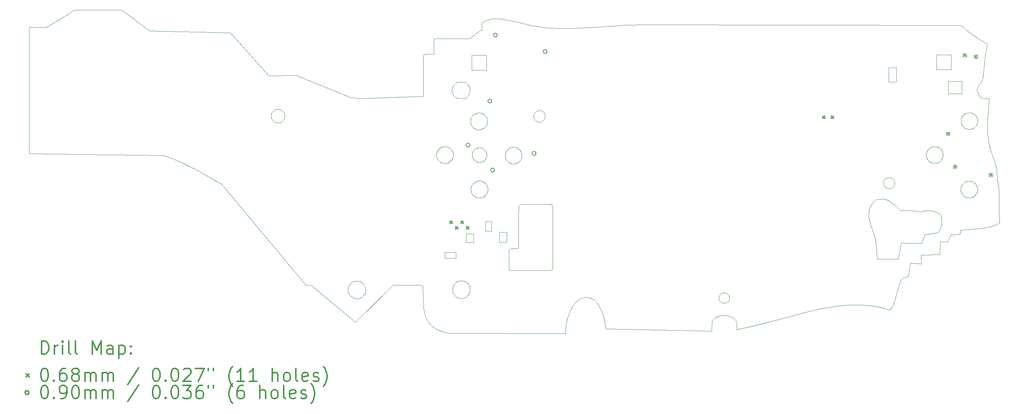
<source format=gbr>
%FSLAX45Y45*%
G04 Gerber Fmt 4.5, Leading zero omitted, Abs format (unit mm)*
G04 Created by KiCad (PCBNEW (5.1.6)-1) date 2020-06-07 23:22:44*
%MOMM*%
%LPD*%
G01*
G04 APERTURE LIST*
%TA.AperFunction,Profile*%
%ADD10C,0.100000*%
%TD*%
%ADD11C,0.200000*%
%ADD12C,0.300000*%
G04 APERTURE END LIST*
D10*
X9130175Y-900761D02*
X9156894Y-895794D01*
X9156894Y-895794D02*
X9188002Y-892534D01*
X9188002Y-892534D02*
X9260294Y-890292D01*
X9260294Y-890292D02*
X9340866Y-892351D01*
X9340866Y-892351D02*
X9423531Y-897027D01*
X9423531Y-897027D02*
X9570395Y-907492D01*
X9570395Y-907492D02*
X9622222Y-909913D01*
X9622222Y-909913D02*
X9640028Y-909683D01*
X9640028Y-909683D02*
X9651398Y-908213D01*
X9651398Y-908213D02*
X9688018Y-899997D01*
X9688018Y-899997D02*
X9724218Y-895245D01*
X9724218Y-895245D02*
X9759752Y-893624D01*
X9759752Y-893624D02*
X9794372Y-894803D01*
X9794372Y-894803D02*
X9827832Y-898449D01*
X9827832Y-898449D02*
X9859884Y-904230D01*
X9859884Y-904230D02*
X9890282Y-911814D01*
X9890282Y-911814D02*
X9918778Y-920868D01*
X9918778Y-920868D02*
X9945126Y-931061D01*
X9945126Y-931061D02*
X9969079Y-942060D01*
X9969079Y-942060D02*
X9990390Y-953534D01*
X9990390Y-953534D02*
X10008812Y-965150D01*
X10008812Y-965150D02*
X10024097Y-976576D01*
X10024097Y-976576D02*
X10035999Y-987480D01*
X10035999Y-987480D02*
X10044269Y-997531D01*
X10044269Y-997531D02*
X10048659Y-1006395D01*
X10048659Y-1006395D02*
X10060917Y-1053712D01*
X10060917Y-1053712D02*
X10069287Y-1100513D01*
X10069287Y-1100513D02*
X10072867Y-1147387D01*
X10072867Y-1147387D02*
X10072567Y-1171037D01*
X10072567Y-1171037D02*
X10070737Y-1194925D01*
X10070737Y-1194925D02*
X10067257Y-1219128D01*
X10067257Y-1219128D02*
X10062017Y-1243717D01*
X10062017Y-1243717D02*
X10054897Y-1268766D01*
X10054897Y-1268766D02*
X10045787Y-1294350D01*
X10045787Y-1294350D02*
X10034577Y-1320543D01*
X10034577Y-1320543D02*
X10021152Y-1347417D01*
X10021152Y-1347417D02*
X10005398Y-1375046D01*
X10005398Y-1375046D02*
X9987203Y-1403505D01*
X9987203Y-1403505D02*
X9682270Y-1450078D01*
X9682270Y-1450078D02*
X9613023Y-1644382D01*
X9613023Y-1644382D02*
X9413687Y-1644112D01*
X9413687Y-1644112D02*
X9255235Y-1641938D01*
X9255235Y-1641938D02*
X9187773Y-1639803D01*
X9187773Y-1639803D02*
X9138233Y-1636765D01*
X9138233Y-1636765D02*
X9066590Y-2006095D01*
X9066590Y-2006095D02*
X8592223Y-2006095D01*
X8592223Y-2006095D02*
X8561212Y-1698973D01*
X8561212Y-1698973D02*
X8560312Y-1665572D01*
X8560312Y-1665572D02*
X8557312Y-1632086D01*
X8557312Y-1632086D02*
X8552422Y-1598525D01*
X8552422Y-1598525D02*
X8545862Y-1564897D01*
X8545862Y-1564897D02*
X8528599Y-1497476D01*
X8528599Y-1497476D02*
X8507266Y-1429892D01*
X8507266Y-1429892D02*
X8459366Y-1294514D01*
X8459366Y-1294514D02*
X8436289Y-1226860D01*
X8436289Y-1226860D02*
X8416118Y-1159322D01*
X8416118Y-1159322D02*
X8400600Y-1091970D01*
X8400600Y-1091970D02*
X8395130Y-1058386D01*
X8395130Y-1058386D02*
X8391480Y-1024874D01*
X8391480Y-1024874D02*
X8389860Y-991444D01*
X8389860Y-991444D02*
X8390460Y-958104D01*
X8390460Y-958104D02*
X8393570Y-924863D01*
X8393570Y-924863D02*
X8399370Y-891729D01*
X8399370Y-891729D02*
X8408070Y-858712D01*
X8408070Y-858712D02*
X8419899Y-825820D01*
X8419899Y-825820D02*
X8435072Y-793061D01*
X8435072Y-793061D02*
X8453806Y-760445D01*
X8453806Y-760445D02*
X8476319Y-727980D01*
X8476319Y-727980D02*
X8502830Y-695675D01*
X8502830Y-695675D02*
X8533557Y-663539D01*
X8533557Y-663539D02*
X8568717Y-631580D01*
X8568717Y-631580D02*
X8594552Y-634666D01*
X8594552Y-634666D02*
X8618250Y-634578D01*
X8618250Y-634578D02*
X8662123Y-629173D01*
X8662123Y-629173D02*
X8683744Y-626001D01*
X8683744Y-626001D02*
X8706116Y-623945D01*
X8706116Y-623945D02*
X8729963Y-624075D01*
X8729963Y-624075D02*
X8756007Y-627470D01*
X8756007Y-627470D02*
X8784969Y-635199D01*
X8784969Y-635199D02*
X8817573Y-648335D01*
X8817573Y-648335D02*
X8854540Y-667951D01*
X8854540Y-667951D02*
X8896592Y-695118D01*
X8896592Y-695118D02*
X8944453Y-730910D01*
X8944453Y-730910D02*
X8998845Y-776398D01*
X8998845Y-776398D02*
X9060488Y-832655D01*
X9060488Y-832655D02*
X9130107Y-900755D01*
X9130107Y-900755D02*
X9130107Y-900754D01*
X9130107Y-900754D02*
X9130175Y-900761D01*
X8853404Y2399514D02*
X9027755Y2399514D01*
X9027755Y2399514D02*
X9027755Y2073022D01*
X9027755Y2073022D02*
X8853404Y2073022D01*
X8853404Y2073022D02*
X8853404Y2399514D01*
X8853404Y2399514D02*
X8853404Y2399514D01*
X10222334Y2083709D02*
X10536451Y2083709D01*
X10536451Y2083709D02*
X10536451Y1795843D01*
X10536451Y1795843D02*
X10222334Y1795843D01*
X10222334Y1795843D02*
X10222334Y2083709D01*
X10222334Y2083709D02*
X10222334Y2083709D01*
X8990463Y-257785D02*
X8987953Y-283147D01*
X8987953Y-283147D02*
X8980613Y-307303D01*
X8980613Y-307303D02*
X8968723Y-329575D01*
X8968723Y-329575D02*
X8952563Y-349283D01*
X8952563Y-349283D02*
X8932855Y-365442D01*
X8932855Y-365442D02*
X8910583Y-377333D01*
X8910583Y-377333D02*
X8886427Y-384674D01*
X8886427Y-384674D02*
X8861065Y-387183D01*
X8861065Y-387183D02*
X8834987Y-384554D01*
X8834987Y-384554D02*
X8810698Y-377014D01*
X8810698Y-377014D02*
X8788718Y-365083D01*
X8788718Y-365083D02*
X8769567Y-349283D01*
X8769567Y-349283D02*
X8753767Y-330132D01*
X8753767Y-330132D02*
X8741837Y-308152D01*
X8741837Y-308152D02*
X8734297Y-283863D01*
X8734297Y-283863D02*
X8731667Y-257785D01*
X8731667Y-257785D02*
X8734297Y-231707D01*
X8734297Y-231707D02*
X8741837Y-207418D01*
X8741837Y-207418D02*
X8753767Y-185438D01*
X8753767Y-185438D02*
X8769567Y-166287D01*
X8769567Y-166287D02*
X8788718Y-150487D01*
X8788718Y-150487D02*
X8810698Y-138556D01*
X8810698Y-138556D02*
X8834987Y-131016D01*
X8834987Y-131016D02*
X8861065Y-128387D01*
X8861065Y-128387D02*
X8886427Y-130896D01*
X8886427Y-130896D02*
X8910583Y-138237D01*
X8910583Y-138237D02*
X8932855Y-150128D01*
X8932855Y-150128D02*
X8952563Y-166287D01*
X8952563Y-166287D02*
X8968723Y-185995D01*
X8968723Y-185995D02*
X8980613Y-208267D01*
X8980613Y-208267D02*
X8987953Y-232423D01*
X8987953Y-232423D02*
X8990463Y-257785D01*
X8990463Y-257785D02*
X8990463Y-257785D01*
X8990463Y-257785D02*
X8990463Y-257785D01*
X-431981Y-1147848D02*
X-285265Y-1147848D01*
X-285265Y-1147848D02*
X-285265Y-1363854D01*
X-285265Y-1363854D02*
X-431981Y-1363854D01*
X-431981Y-1363854D02*
X-431981Y-1147848D01*
X-431981Y-1147848D02*
X-431981Y-1147848D01*
X1078141Y-2270325D02*
X1089595Y-2265454D01*
X1089595Y-2265454D02*
X1101111Y-2257729D01*
X1101111Y-2257729D02*
X1107141Y-2250835D01*
X1107141Y-2250835D02*
X1111751Y-2241094D01*
X1111751Y-2241094D02*
X1115131Y-2227662D01*
X1115131Y-2227662D02*
X1117471Y-2209692D01*
X1117471Y-2209692D02*
X1119821Y-2156761D01*
X1119821Y-2156761D02*
X1120321Y-2075536D01*
X1120321Y-2075536D02*
X1119261Y-1133343D01*
X1119261Y-1133343D02*
X1117971Y-921630D01*
X1117971Y-921630D02*
X1117271Y-836443D01*
X1117271Y-836443D02*
X1115101Y-791411D01*
X1115101Y-791411D02*
X1112911Y-779125D01*
X1112911Y-779125D02*
X1109691Y-771085D01*
X1109691Y-771085D02*
X1105221Y-765359D01*
X1105221Y-765359D02*
X1099281Y-760016D01*
X1099281Y-760016D02*
X1093111Y-756279D01*
X1093111Y-756279D02*
X1083851Y-753197D01*
X1083851Y-753197D02*
X1054443Y-748861D01*
X1054443Y-748861D02*
X1007807Y-746733D01*
X1007807Y-746733D02*
X940699Y-746533D01*
X940699Y-746533D02*
X834229Y-747033D01*
X834229Y-747033D02*
X553031Y-746693D01*
X553031Y-746693D02*
X430564Y-747694D01*
X430564Y-747694D02*
X377041Y-749220D01*
X377041Y-749220D02*
X366146Y-754804D01*
X366146Y-754804D02*
X354918Y-763119D01*
X354918Y-763119D02*
X345808Y-772082D01*
X345808Y-772082D02*
X341268Y-779612D01*
X341268Y-779612D02*
X338918Y-820912D01*
X338918Y-820912D02*
X335158Y-979116D01*
X335158Y-979116D02*
X333578Y-1129164D01*
X333578Y-1129164D02*
X334178Y-1483863D01*
X334178Y-1483863D02*
X334678Y-1667589D01*
X334678Y-1667589D02*
X334178Y-1715956D01*
X334178Y-1715956D02*
X332648Y-1743170D01*
X332648Y-1743170D02*
X329748Y-1755116D01*
X329748Y-1755116D02*
X327668Y-1757202D01*
X327668Y-1757202D02*
X325108Y-1757682D01*
X325108Y-1757682D02*
X318368Y-1756742D01*
X318368Y-1756742D02*
X309158Y-1758187D01*
X309158Y-1758187D02*
X302008Y-1762150D01*
X302008Y-1762150D02*
X295148Y-1764583D01*
X295148Y-1764583D02*
X232219Y-1768022D01*
X232219Y-1768022D02*
X159494Y-1771330D01*
X159494Y-1771330D02*
X145464Y-1773433D01*
X145464Y-1773433D02*
X137694Y-1776621D01*
X137694Y-1776621D02*
X121465Y-1789066D01*
X121465Y-1789066D02*
X116255Y-1795734D01*
X116255Y-1795734D02*
X113315Y-1802351D01*
X113315Y-1802351D02*
X111325Y-2031731D01*
X111325Y-2031731D02*
X111425Y-2147608D01*
X111425Y-2147608D02*
X113545Y-2214059D01*
X113545Y-2214059D02*
X116095Y-2233805D01*
X116095Y-2233805D02*
X120045Y-2247261D01*
X120045Y-2247261D02*
X125685Y-2256450D01*
X125685Y-2256450D02*
X133315Y-2263393D01*
X133315Y-2263393D02*
X144820Y-2271972D01*
X144820Y-2271972D02*
X205293Y-2273388D01*
X205293Y-2273388D02*
X386665Y-2274430D01*
X386665Y-2274430D02*
X678599Y-2273970D01*
X678599Y-2273970D02*
X952046Y-2272452D01*
X952046Y-2272452D02*
X1077956Y-2270333D01*
X1077956Y-2270333D02*
X1078156Y-2270327D01*
X1078156Y-2270327D02*
X1078141Y-2270325D01*
X-104265Y-1392437D02*
X63448Y-1392437D01*
X63448Y-1392437D02*
X63448Y-1627030D01*
X63448Y-1627030D02*
X-104265Y-1627030D01*
X-104265Y-1627030D02*
X-104265Y-1392437D01*
X-104265Y-1392437D02*
X-104265Y-1392437D01*
X-870729Y-1424400D02*
X-696269Y-1424400D01*
X-696269Y-1424400D02*
X-696269Y-1629700D01*
X-696269Y-1629700D02*
X-870729Y-1629700D01*
X-870729Y-1629700D02*
X-870729Y-1424400D01*
X-870729Y-1424400D02*
X-870729Y-1424400D01*
X-1357584Y-1858929D02*
X-1108822Y-1858929D01*
X-1108822Y-1858929D02*
X-1108822Y-1996195D01*
X-1108822Y-1996195D02*
X-1357584Y-1996195D01*
X-1357584Y-1996195D02*
X-1357584Y-1858929D01*
X-1357584Y-1858929D02*
X-1357584Y-1858929D01*
X-746218Y2688208D02*
X-402974Y2688208D01*
X-402974Y2688208D02*
X-402974Y2344964D01*
X-402974Y2344964D02*
X-746218Y2344964D01*
X-746218Y2344964D02*
X-746218Y2688208D01*
X-746218Y2688208D02*
X-746218Y2688208D01*
X9949397Y2693118D02*
X10291494Y2693118D01*
X10291494Y2693118D02*
X10291494Y2358763D01*
X10291494Y2358763D02*
X9949397Y2358763D01*
X9949397Y2358763D02*
X9949397Y2693118D01*
X9949397Y2693118D02*
X9949397Y2693118D01*
X-5044351Y1285480D02*
X-5045151Y1269366D01*
X-5045151Y1269366D02*
X-5047541Y1253718D01*
X-5047541Y1253718D02*
X-5051421Y1238614D01*
X-5051421Y1238614D02*
X-5056721Y1224135D01*
X-5056721Y1224135D02*
X-5071252Y1197364D01*
X-5071252Y1197364D02*
X-5090496Y1174040D01*
X-5090496Y1174040D02*
X-5113820Y1154795D01*
X-5113820Y1154795D02*
X-5140591Y1140265D01*
X-5140591Y1140265D02*
X-5155071Y1134965D01*
X-5155071Y1134965D02*
X-5170174Y1131081D01*
X-5170174Y1131081D02*
X-5185822Y1128693D01*
X-5185822Y1128693D02*
X-5201936Y1127883D01*
X-5201936Y1127883D02*
X-5218050Y1128693D01*
X-5218050Y1128693D02*
X-5233698Y1131081D01*
X-5233698Y1131081D02*
X-5248801Y1134965D01*
X-5248801Y1134965D02*
X-5263281Y1140265D01*
X-5263281Y1140265D02*
X-5290052Y1154795D01*
X-5290052Y1154795D02*
X-5313376Y1174040D01*
X-5313376Y1174040D02*
X-5332620Y1197364D01*
X-5332620Y1197364D02*
X-5347151Y1224135D01*
X-5347151Y1224135D02*
X-5352451Y1238614D01*
X-5352451Y1238614D02*
X-5356331Y1253718D01*
X-5356331Y1253718D02*
X-5358721Y1269366D01*
X-5358721Y1269366D02*
X-5359521Y1285480D01*
X-5359521Y1285480D02*
X-5358721Y1301593D01*
X-5358721Y1301593D02*
X-5356331Y1317242D01*
X-5356331Y1317242D02*
X-5352451Y1332345D01*
X-5352451Y1332345D02*
X-5347151Y1346825D01*
X-5347151Y1346825D02*
X-5332620Y1373595D01*
X-5332620Y1373595D02*
X-5313376Y1396920D01*
X-5313376Y1396920D02*
X-5290052Y1416164D01*
X-5290052Y1416164D02*
X-5263281Y1430695D01*
X-5263281Y1430695D02*
X-5248801Y1435995D01*
X-5248801Y1435995D02*
X-5233698Y1439879D01*
X-5233698Y1439879D02*
X-5218050Y1442267D01*
X-5218050Y1442267D02*
X-5201936Y1443077D01*
X-5201936Y1443077D02*
X-5185822Y1442267D01*
X-5185822Y1442267D02*
X-5170174Y1439879D01*
X-5170174Y1439879D02*
X-5155071Y1435995D01*
X-5155071Y1435995D02*
X-5140591Y1430695D01*
X-5140591Y1430695D02*
X-5113820Y1416164D01*
X-5113820Y1416164D02*
X-5090496Y1396920D01*
X-5090496Y1396920D02*
X-5071252Y1373595D01*
X-5071252Y1373595D02*
X-5056721Y1346825D01*
X-5056721Y1346825D02*
X-5051421Y1332345D01*
X-5051421Y1332345D02*
X-5047541Y1317242D01*
X-5047541Y1317242D02*
X-5045151Y1301593D01*
X-5045151Y1301593D02*
X-5044351Y1285480D01*
X-5044351Y1285480D02*
X-5044351Y1285480D01*
X-5044351Y1285480D02*
X-5044351Y1285480D01*
X944503Y1280924D02*
X941813Y1254260D01*
X941813Y1254260D02*
X934103Y1229425D01*
X934103Y1229425D02*
X921905Y1206951D01*
X921905Y1206951D02*
X905749Y1187371D01*
X905749Y1187371D02*
X886168Y1171215D01*
X886168Y1171215D02*
X863695Y1159017D01*
X863695Y1159017D02*
X838860Y1151308D01*
X838860Y1151308D02*
X812196Y1148620D01*
X812196Y1148620D02*
X785532Y1151308D01*
X785532Y1151308D02*
X760697Y1159017D01*
X760697Y1159017D02*
X738224Y1171215D01*
X738224Y1171215D02*
X718643Y1187371D01*
X718643Y1187371D02*
X702487Y1206951D01*
X702487Y1206951D02*
X690289Y1229425D01*
X690289Y1229425D02*
X682579Y1254260D01*
X682579Y1254260D02*
X679889Y1280924D01*
X679889Y1280924D02*
X682579Y1307588D01*
X682579Y1307588D02*
X690289Y1332423D01*
X690289Y1332423D02*
X702487Y1354896D01*
X702487Y1354896D02*
X718643Y1374477D01*
X718643Y1374477D02*
X738224Y1390633D01*
X738224Y1390633D02*
X760697Y1402831D01*
X760697Y1402831D02*
X785532Y1410540D01*
X785532Y1410540D02*
X812196Y1413228D01*
X812196Y1413228D02*
X838860Y1410540D01*
X838860Y1410540D02*
X863695Y1402831D01*
X863695Y1402831D02*
X886168Y1390633D01*
X886168Y1390633D02*
X905749Y1374477D01*
X905749Y1374477D02*
X921905Y1354896D01*
X921905Y1354896D02*
X934103Y1332423D01*
X934103Y1332423D02*
X941813Y1307588D01*
X941813Y1307588D02*
X944503Y1280924D01*
X944503Y1280924D02*
X944503Y1280924D01*
X944503Y1280924D02*
X944503Y1280924D01*
X5185036Y-2908460D02*
X5182576Y-2932861D01*
X5182576Y-2932861D02*
X5175526Y-2955587D01*
X5175526Y-2955587D02*
X5164363Y-2976154D01*
X5164363Y-2976154D02*
X5149579Y-2994072D01*
X5149579Y-2994072D02*
X5131661Y-3008857D01*
X5131661Y-3008857D02*
X5111095Y-3020020D01*
X5111095Y-3020020D02*
X5088368Y-3027075D01*
X5088368Y-3027075D02*
X5063967Y-3029535D01*
X5063967Y-3029535D02*
X5040236Y-3027187D01*
X5040236Y-3027187D02*
X5017634Y-3020319D01*
X5017634Y-3020319D02*
X4996795Y-3009193D01*
X4996795Y-3009193D02*
X4978354Y-2994073D01*
X4978354Y-2994073D02*
X4963234Y-2975633D01*
X4963234Y-2975633D02*
X4952108Y-2954794D01*
X4952108Y-2954794D02*
X4945238Y-2932191D01*
X4945238Y-2932191D02*
X4942888Y-2908460D01*
X4942888Y-2908460D02*
X4945238Y-2884729D01*
X4945238Y-2884729D02*
X4952108Y-2862127D01*
X4952108Y-2862127D02*
X4963234Y-2841288D01*
X4963234Y-2841288D02*
X4978354Y-2822847D01*
X4978354Y-2822847D02*
X4996795Y-2807727D01*
X4996795Y-2807727D02*
X5017634Y-2796601D01*
X5017634Y-2796601D02*
X5040236Y-2789734D01*
X5040236Y-2789734D02*
X5063967Y-2787386D01*
X5063967Y-2787386D02*
X5088368Y-2789846D01*
X5088368Y-2789846D02*
X5111095Y-2796900D01*
X5111095Y-2796900D02*
X5131661Y-2808064D01*
X5131661Y-2808064D02*
X5149579Y-2822848D01*
X5149579Y-2822848D02*
X5164364Y-2840767D01*
X5164364Y-2840767D02*
X5175526Y-2861333D01*
X5175526Y-2861333D02*
X5182576Y-2884060D01*
X5182576Y-2884060D02*
X5185036Y-2908460D01*
X5185036Y-2908460D02*
X5185036Y-2908460D01*
X5185036Y-2908460D02*
X5185036Y-2908460D01*
X-883249Y1698233D02*
X-865356Y1710785D01*
X-865356Y1710785D02*
X-844849Y1729635D01*
X-844849Y1729635D02*
X-825469Y1751009D01*
X-825469Y1751009D02*
X-810961Y1771131D01*
X-810961Y1771131D02*
X-800819Y1791259D01*
X-800819Y1791259D02*
X-791679Y1813969D01*
X-791679Y1813969D02*
X-787109Y1828440D01*
X-787109Y1828440D02*
X-784599Y1841216D01*
X-784599Y1841216D02*
X-783409Y1880310D01*
X-783409Y1880310D02*
X-784759Y1918148D01*
X-784759Y1918148D02*
X-786899Y1929951D01*
X-786899Y1929951D02*
X-790539Y1941504D01*
X-790539Y1941504D02*
X-806352Y1977758D01*
X-806352Y1977758D02*
X-825531Y2008135D01*
X-825531Y2008135D02*
X-836334Y2021055D01*
X-836334Y2021055D02*
X-847921Y2032430D01*
X-847921Y2032430D02*
X-860272Y2042233D01*
X-860272Y2042233D02*
X-873367Y2050439D01*
X-873367Y2050439D02*
X-894386Y2059776D01*
X-894386Y2059776D02*
X-918863Y2064078D01*
X-918863Y2064078D02*
X-955493Y2066105D01*
X-955493Y2066105D02*
X-1003260Y2066725D01*
X-1003260Y2066725D02*
X-1047040Y2065955D01*
X-1047040Y2065955D02*
X-1071708Y2063828D01*
X-1071708Y2063828D02*
X-1082398Y2058967D01*
X-1082398Y2058967D02*
X-1097776Y2049589D01*
X-1097776Y2049589D02*
X-1133618Y2023176D01*
X-1133618Y2023176D02*
X-1144327Y2012708D01*
X-1144327Y2012708D02*
X-1155528Y1998738D01*
X-1155528Y1998738D02*
X-1166601Y1982120D01*
X-1166601Y1982120D02*
X-1176924Y1963707D01*
X-1176924Y1963707D02*
X-1183304Y1949753D01*
X-1183304Y1949753D02*
X-1188144Y1934185D01*
X-1188144Y1934185D02*
X-1197924Y1879135D01*
X-1197924Y1879135D02*
X-1198224Y1864001D01*
X-1198224Y1864001D02*
X-1195404Y1845733D01*
X-1195404Y1845733D02*
X-1189954Y1826394D01*
X-1189954Y1826394D02*
X-1182334Y1808046D01*
X-1182334Y1808046D02*
X-1165145Y1769905D01*
X-1165145Y1769905D02*
X-1155255Y1752661D01*
X-1155255Y1752661D02*
X-1139106Y1733505D01*
X-1139106Y1733505D02*
X-1119808Y1715687D01*
X-1119808Y1715687D02*
X-1100479Y1702460D01*
X-1100479Y1702460D02*
X-1082617Y1695024D01*
X-1082617Y1695024D02*
X-1058678Y1690766D01*
X-1058678Y1690766D02*
X-1021490Y1688977D01*
X-1021490Y1688977D02*
X-963880Y1688948D01*
X-963880Y1688948D02*
X-899701Y1689508D01*
X-899701Y1689508D02*
X-883283Y1698227D01*
X-883283Y1698227D02*
X-883284Y1698231D01*
X-883284Y1698231D02*
X-883249Y1698233D01*
X411604Y374686D02*
X410604Y354895D01*
X410604Y354895D02*
X407674Y335676D01*
X407674Y335676D02*
X402904Y317125D01*
X402904Y317125D02*
X396394Y299341D01*
X396394Y299341D02*
X388244Y282420D01*
X388244Y282420D02*
X378554Y266461D01*
X378554Y266461D02*
X367411Y251559D01*
X367411Y251559D02*
X354917Y237813D01*
X354917Y237813D02*
X341171Y225320D01*
X341171Y225320D02*
X326270Y214176D01*
X326270Y214176D02*
X310310Y204480D01*
X310310Y204480D02*
X293389Y196329D01*
X293389Y196329D02*
X275605Y189820D01*
X275605Y189820D02*
X257055Y185050D01*
X257055Y185050D02*
X237835Y182117D01*
X237835Y182117D02*
X218044Y181117D01*
X218044Y181117D02*
X198912Y182067D01*
X198912Y182067D02*
X180104Y184874D01*
X180104Y184874D02*
X161747Y189487D01*
X161747Y189487D02*
X143968Y195854D01*
X143968Y195854D02*
X126894Y203923D01*
X126894Y203923D02*
X110652Y213641D01*
X110652Y213641D02*
X95368Y224956D01*
X95368Y224956D02*
X81170Y237815D01*
X81170Y237815D02*
X68312Y252013D01*
X68312Y252013D02*
X56997Y267296D01*
X56997Y267296D02*
X47277Y283539D01*
X47277Y283539D02*
X39207Y300613D01*
X39207Y300613D02*
X32837Y318392D01*
X32837Y318392D02*
X28227Y336749D01*
X28227Y336749D02*
X25417Y355556D01*
X25417Y355556D02*
X24517Y374688D01*
X24517Y374688D02*
X25417Y393820D01*
X25417Y393820D02*
X28227Y412628D01*
X28227Y412628D02*
X32837Y430985D01*
X32837Y430985D02*
X39207Y448764D01*
X39207Y448764D02*
X47277Y465838D01*
X47277Y465838D02*
X56997Y482080D01*
X56997Y482080D02*
X68312Y497364D01*
X68312Y497364D02*
X81170Y511562D01*
X81170Y511562D02*
X95368Y524421D01*
X95368Y524421D02*
X110652Y535735D01*
X110652Y535735D02*
X126894Y545453D01*
X126894Y545453D02*
X143968Y553522D01*
X143968Y553522D02*
X161747Y559890D01*
X161747Y559890D02*
X180104Y564503D01*
X180104Y564503D02*
X198912Y567309D01*
X198912Y567309D02*
X218044Y568259D01*
X218044Y568259D02*
X237835Y567259D01*
X237835Y567259D02*
X257055Y564326D01*
X257055Y564326D02*
X275605Y559556D01*
X275605Y559556D02*
X293389Y553047D01*
X293389Y553047D02*
X310310Y544896D01*
X310310Y544896D02*
X326270Y535200D01*
X326270Y535200D02*
X341171Y524057D01*
X341171Y524057D02*
X354917Y511564D01*
X354917Y511564D02*
X367411Y497818D01*
X367411Y497818D02*
X378554Y482916D01*
X378554Y482916D02*
X388244Y466956D01*
X388244Y466956D02*
X396394Y450036D01*
X396394Y450036D02*
X402904Y432252D01*
X402904Y432252D02*
X407674Y413701D01*
X407674Y413701D02*
X410604Y394482D01*
X410604Y394482D02*
X411604Y374690D01*
X411604Y374690D02*
X411604Y374690D01*
X411604Y374690D02*
X411604Y374686D01*
X-1168619Y387550D02*
X-1169619Y367759D01*
X-1169619Y367759D02*
X-1172549Y348539D01*
X-1172549Y348539D02*
X-1177319Y329989D01*
X-1177319Y329989D02*
X-1183829Y312205D01*
X-1183829Y312205D02*
X-1191979Y295284D01*
X-1191979Y295284D02*
X-1201679Y279324D01*
X-1201679Y279324D02*
X-1212822Y264423D01*
X-1212822Y264423D02*
X-1225316Y250676D01*
X-1225316Y250676D02*
X-1239062Y238183D01*
X-1239062Y238183D02*
X-1253963Y227040D01*
X-1253963Y227040D02*
X-1269923Y217344D01*
X-1269923Y217344D02*
X-1286844Y209193D01*
X-1286844Y209193D02*
X-1304628Y202684D01*
X-1304628Y202684D02*
X-1323178Y197914D01*
X-1323178Y197914D02*
X-1342398Y194981D01*
X-1342398Y194981D02*
X-1362189Y193981D01*
X-1362189Y193981D02*
X-1381321Y194931D01*
X-1381321Y194931D02*
X-1400129Y197738D01*
X-1400129Y197738D02*
X-1418486Y202351D01*
X-1418486Y202351D02*
X-1436265Y208719D01*
X-1436265Y208719D02*
X-1453339Y216788D01*
X-1453339Y216788D02*
X-1469581Y226506D01*
X-1469581Y226506D02*
X-1484865Y237821D01*
X-1484865Y237821D02*
X-1499063Y250679D01*
X-1499063Y250679D02*
X-1511921Y264877D01*
X-1511921Y264877D02*
X-1523236Y280161D01*
X-1523236Y280161D02*
X-1532956Y296403D01*
X-1532956Y296403D02*
X-1541026Y313478D01*
X-1541026Y313478D02*
X-1547396Y331257D01*
X-1547396Y331257D02*
X-1552006Y349613D01*
X-1552006Y349613D02*
X-1554816Y368421D01*
X-1554816Y368421D02*
X-1555716Y387553D01*
X-1555716Y387553D02*
X-1554816Y406685D01*
X-1554816Y406685D02*
X-1552006Y425493D01*
X-1552006Y425493D02*
X-1547396Y443850D01*
X-1547396Y443850D02*
X-1541026Y461629D01*
X-1541026Y461629D02*
X-1532956Y478703D01*
X-1532956Y478703D02*
X-1523236Y494945D01*
X-1523236Y494945D02*
X-1511921Y510229D01*
X-1511921Y510229D02*
X-1499063Y524427D01*
X-1499063Y524427D02*
X-1484865Y537285D01*
X-1484865Y537285D02*
X-1469581Y548600D01*
X-1469581Y548600D02*
X-1453339Y558318D01*
X-1453339Y558318D02*
X-1436265Y566387D01*
X-1436265Y566387D02*
X-1418486Y572754D01*
X-1418486Y572754D02*
X-1400129Y577367D01*
X-1400129Y577367D02*
X-1381321Y580173D01*
X-1381321Y580173D02*
X-1362189Y581123D01*
X-1362189Y581123D02*
X-1342398Y580123D01*
X-1342398Y580123D02*
X-1323178Y577190D01*
X-1323178Y577190D02*
X-1304628Y572420D01*
X-1304628Y572420D02*
X-1286844Y565911D01*
X-1286844Y565911D02*
X-1269923Y557760D01*
X-1269923Y557760D02*
X-1253963Y548064D01*
X-1253963Y548064D02*
X-1239062Y536921D01*
X-1239062Y536921D02*
X-1225316Y524428D01*
X-1225316Y524428D02*
X-1212823Y510682D01*
X-1212823Y510682D02*
X-1201679Y495780D01*
X-1201679Y495780D02*
X-1191979Y479820D01*
X-1191979Y479820D02*
X-1183829Y462900D01*
X-1183829Y462900D02*
X-1177319Y445115D01*
X-1177319Y445115D02*
X-1172549Y426565D01*
X-1172549Y426565D02*
X-1169619Y407345D01*
X-1169619Y407345D02*
X-1168619Y387554D01*
X-1168619Y387554D02*
X-1168619Y387554D01*
X-1168619Y387554D02*
X-1168619Y387550D01*
X-383949Y1164286D02*
X-384849Y1145154D01*
X-384849Y1145154D02*
X-387659Y1126346D01*
X-387659Y1126346D02*
X-392269Y1107989D01*
X-392269Y1107989D02*
X-398639Y1090210D01*
X-398639Y1090210D02*
X-406709Y1073136D01*
X-406709Y1073136D02*
X-416429Y1056894D01*
X-416429Y1056894D02*
X-427744Y1041610D01*
X-427744Y1041610D02*
X-440602Y1027412D01*
X-440602Y1027412D02*
X-454800Y1014553D01*
X-454800Y1014553D02*
X-470084Y1003239D01*
X-470084Y1003239D02*
X-486326Y993521D01*
X-486326Y993521D02*
X-503400Y985452D01*
X-503400Y985452D02*
X-521179Y979085D01*
X-521179Y979085D02*
X-539536Y974472D01*
X-539536Y974472D02*
X-558344Y971666D01*
X-558344Y971666D02*
X-577476Y970716D01*
X-577476Y970716D02*
X-597267Y971716D01*
X-597267Y971716D02*
X-616487Y974649D01*
X-616487Y974649D02*
X-635037Y979419D01*
X-635037Y979419D02*
X-652821Y985928D01*
X-652821Y985928D02*
X-669742Y994079D01*
X-669742Y994079D02*
X-685702Y1003775D01*
X-685702Y1003775D02*
X-700603Y1014918D01*
X-700603Y1014918D02*
X-714349Y1027411D01*
X-714349Y1027411D02*
X-726842Y1041157D01*
X-726842Y1041157D02*
X-737986Y1056059D01*
X-737986Y1056059D02*
X-747676Y1072018D01*
X-747676Y1072018D02*
X-755826Y1088939D01*
X-755826Y1088939D02*
X-762336Y1106723D01*
X-762336Y1106723D02*
X-767106Y1125274D01*
X-767106Y1125274D02*
X-770036Y1144493D01*
X-770036Y1144493D02*
X-771036Y1164285D01*
X-771036Y1164285D02*
X-770036Y1184076D01*
X-770036Y1184076D02*
X-767106Y1203295D01*
X-767106Y1203295D02*
X-762336Y1221846D01*
X-762336Y1221846D02*
X-755826Y1239630D01*
X-755826Y1239630D02*
X-747676Y1256551D01*
X-747676Y1256551D02*
X-737986Y1272510D01*
X-737986Y1272510D02*
X-726843Y1287412D01*
X-726843Y1287412D02*
X-714349Y1301158D01*
X-714349Y1301158D02*
X-700603Y1313651D01*
X-700603Y1313651D02*
X-685702Y1324794D01*
X-685702Y1324794D02*
X-669742Y1334490D01*
X-669742Y1334490D02*
X-652821Y1342641D01*
X-652821Y1342641D02*
X-635037Y1349150D01*
X-635037Y1349150D02*
X-616487Y1353920D01*
X-616487Y1353920D02*
X-597267Y1356853D01*
X-597267Y1356853D02*
X-577476Y1357853D01*
X-577476Y1357853D02*
X-558344Y1356903D01*
X-558344Y1356903D02*
X-539536Y1354096D01*
X-539536Y1354096D02*
X-521179Y1349483D01*
X-521179Y1349483D02*
X-503400Y1343116D01*
X-503400Y1343116D02*
X-486326Y1335047D01*
X-486326Y1335047D02*
X-470084Y1325329D01*
X-470084Y1325329D02*
X-454800Y1314015D01*
X-454800Y1314015D02*
X-440602Y1301156D01*
X-440602Y1301156D02*
X-427744Y1286958D01*
X-427744Y1286958D02*
X-416429Y1271675D01*
X-416429Y1271675D02*
X-406709Y1255432D01*
X-406709Y1255432D02*
X-398639Y1238358D01*
X-398639Y1238358D02*
X-392269Y1220579D01*
X-392269Y1220579D02*
X-387659Y1202222D01*
X-387659Y1202222D02*
X-384849Y1183414D01*
X-384849Y1183414D02*
X-383949Y1164282D01*
X-383949Y1164282D02*
X-383949Y1164282D01*
X-383949Y1164282D02*
X-383949Y1164286D01*
X-371918Y-405292D02*
X-372928Y-425314D01*
X-372928Y-425314D02*
X-375898Y-444758D01*
X-375898Y-444758D02*
X-380728Y-463525D01*
X-380728Y-463525D02*
X-387318Y-481516D01*
X-387318Y-481516D02*
X-395568Y-498634D01*
X-395568Y-498634D02*
X-405378Y-514780D01*
X-405378Y-514780D02*
X-416651Y-529855D01*
X-416651Y-529855D02*
X-429290Y-543761D01*
X-429290Y-543761D02*
X-443196Y-556400D01*
X-443196Y-556400D02*
X-458271Y-567673D01*
X-458271Y-567673D02*
X-474417Y-577482D01*
X-474417Y-577482D02*
X-491534Y-585728D01*
X-491534Y-585728D02*
X-509526Y-592313D01*
X-509526Y-592313D02*
X-528293Y-597138D01*
X-528293Y-597138D02*
X-547736Y-600106D01*
X-547736Y-600106D02*
X-567758Y-601117D01*
X-567758Y-601117D02*
X-587780Y-600106D01*
X-587780Y-600106D02*
X-607223Y-597138D01*
X-607223Y-597138D02*
X-625990Y-592313D01*
X-625990Y-592313D02*
X-643982Y-585728D01*
X-643982Y-585728D02*
X-661099Y-577482D01*
X-661099Y-577482D02*
X-677245Y-567673D01*
X-677245Y-567673D02*
X-692320Y-556400D01*
X-692320Y-556400D02*
X-706226Y-543761D01*
X-706226Y-543761D02*
X-718865Y-529855D01*
X-718865Y-529855D02*
X-730138Y-514780D01*
X-730138Y-514780D02*
X-739948Y-498634D01*
X-739948Y-498634D02*
X-748198Y-481516D01*
X-748198Y-481516D02*
X-754778Y-463525D01*
X-754778Y-463525D02*
X-759608Y-444758D01*
X-759608Y-444758D02*
X-762578Y-425314D01*
X-762578Y-425314D02*
X-763588Y-405292D01*
X-763588Y-405292D02*
X-762578Y-385271D01*
X-762578Y-385271D02*
X-759608Y-365827D01*
X-759608Y-365827D02*
X-754778Y-347060D01*
X-754778Y-347060D02*
X-748198Y-329069D01*
X-748198Y-329069D02*
X-739948Y-311951D01*
X-739948Y-311951D02*
X-730138Y-295805D01*
X-730138Y-295805D02*
X-718865Y-280730D01*
X-718865Y-280730D02*
X-706226Y-266824D01*
X-706226Y-266824D02*
X-692320Y-254185D01*
X-692320Y-254185D02*
X-677245Y-242912D01*
X-677245Y-242912D02*
X-661099Y-233103D01*
X-661099Y-233103D02*
X-643982Y-224857D01*
X-643982Y-224857D02*
X-625990Y-218272D01*
X-625990Y-218272D02*
X-607223Y-213447D01*
X-607223Y-213447D02*
X-587780Y-210479D01*
X-587780Y-210479D02*
X-567758Y-209468D01*
X-567758Y-209468D02*
X-547736Y-210479D01*
X-547736Y-210479D02*
X-528293Y-213447D01*
X-528293Y-213447D02*
X-509526Y-218272D01*
X-509526Y-218272D02*
X-491534Y-224857D01*
X-491534Y-224857D02*
X-474417Y-233103D01*
X-474417Y-233103D02*
X-458271Y-242912D01*
X-458271Y-242912D02*
X-443196Y-254185D01*
X-443196Y-254185D02*
X-429290Y-266824D01*
X-429290Y-266824D02*
X-416651Y-280730D01*
X-416651Y-280730D02*
X-405378Y-295805D01*
X-405378Y-295805D02*
X-395568Y-311951D01*
X-395568Y-311951D02*
X-387318Y-329069D01*
X-387318Y-329069D02*
X-380728Y-347060D01*
X-380728Y-347060D02*
X-375898Y-365827D01*
X-375898Y-365827D02*
X-372928Y-385271D01*
X-372928Y-385271D02*
X-371918Y-405292D01*
X-371918Y-405292D02*
X-371918Y-405292D01*
X-371918Y-405292D02*
X-371918Y-405292D01*
X-397887Y386723D02*
X-398687Y370017D01*
X-398687Y370017D02*
X-401097Y353594D01*
X-401097Y353594D02*
X-405067Y337565D01*
X-405067Y337565D02*
X-410537Y322041D01*
X-410537Y322041D02*
X-417477Y307132D01*
X-417477Y307132D02*
X-425827Y292949D01*
X-425827Y292949D02*
X-435557Y279603D01*
X-435557Y279603D02*
X-446611Y267206D01*
X-446611Y267206D02*
X-458818Y255978D01*
X-458818Y255978D02*
X-471958Y246098D01*
X-471958Y246098D02*
X-485922Y237612D01*
X-485922Y237612D02*
X-500601Y230566D01*
X-500601Y230566D02*
X-515886Y225006D01*
X-515886Y225006D02*
X-531668Y220978D01*
X-531668Y220978D02*
X-547838Y218527D01*
X-547838Y218527D02*
X-564286Y217697D01*
X-564286Y217697D02*
X-581301Y218567D01*
X-581301Y218567D02*
X-597825Y221128D01*
X-597825Y221128D02*
X-613773Y225293D01*
X-613773Y225293D02*
X-629063Y230977D01*
X-629063Y230977D02*
X-643610Y238095D01*
X-643610Y238095D02*
X-657331Y246561D01*
X-657331Y246561D02*
X-670142Y256291D01*
X-670142Y256291D02*
X-681960Y267200D01*
X-681960Y267200D02*
X-692701Y279203D01*
X-692701Y279203D02*
X-702281Y292215D01*
X-702281Y292215D02*
X-710621Y306151D01*
X-710621Y306151D02*
X-717631Y320926D01*
X-717631Y320926D02*
X-723231Y336455D01*
X-723231Y336455D02*
X-727331Y352653D01*
X-727331Y352653D02*
X-729851Y369435D01*
X-729851Y369435D02*
X-730751Y386717D01*
X-730751Y386717D02*
X-729851Y403999D01*
X-729851Y403999D02*
X-727331Y420781D01*
X-727331Y420781D02*
X-723231Y436979D01*
X-723231Y436979D02*
X-717631Y452508D01*
X-717631Y452508D02*
X-710621Y467283D01*
X-710621Y467283D02*
X-702281Y481219D01*
X-702281Y481219D02*
X-692701Y494231D01*
X-692701Y494231D02*
X-681960Y506234D01*
X-681960Y506234D02*
X-670142Y517143D01*
X-670142Y517143D02*
X-657331Y526873D01*
X-657331Y526873D02*
X-643610Y535339D01*
X-643610Y535339D02*
X-629063Y542457D01*
X-629063Y542457D02*
X-613773Y548141D01*
X-613773Y548141D02*
X-597825Y552306D01*
X-597825Y552306D02*
X-581301Y554867D01*
X-581301Y554867D02*
X-564286Y555737D01*
X-564286Y555737D02*
X-547838Y554907D01*
X-547838Y554907D02*
X-531668Y552456D01*
X-531668Y552456D02*
X-515886Y548428D01*
X-515886Y548428D02*
X-500601Y542868D01*
X-500601Y542868D02*
X-485922Y535822D01*
X-485922Y535822D02*
X-471958Y527336D01*
X-471958Y527336D02*
X-458818Y517456D01*
X-458818Y517456D02*
X-446611Y506228D01*
X-446611Y506228D02*
X-435557Y493831D01*
X-435557Y493831D02*
X-425827Y480485D01*
X-425827Y480485D02*
X-417477Y466302D01*
X-417477Y466302D02*
X-410537Y451393D01*
X-410537Y451393D02*
X-405067Y435869D01*
X-405067Y435869D02*
X-401097Y419839D01*
X-401097Y419839D02*
X-398687Y403417D01*
X-398687Y403417D02*
X-397887Y386711D01*
X-397887Y386711D02*
X-397887Y386711D01*
X-397887Y386711D02*
X-397887Y386723D01*
X10896847Y1172408D02*
X10895847Y1152847D01*
X10895847Y1152847D02*
X10892947Y1133852D01*
X10892947Y1133852D02*
X10888237Y1115517D01*
X10888237Y1115517D02*
X10881807Y1097940D01*
X10881807Y1097940D02*
X10873747Y1081217D01*
X10873747Y1081217D02*
X10864167Y1065443D01*
X10864167Y1065443D02*
X10853153Y1050715D01*
X10853153Y1050715D02*
X10840806Y1037129D01*
X10840806Y1037129D02*
X10827220Y1024781D01*
X10827220Y1024781D02*
X10812492Y1013768D01*
X10812492Y1013768D02*
X10796718Y1004185D01*
X10796718Y1004185D02*
X10779995Y996129D01*
X10779995Y996129D02*
X10762418Y989696D01*
X10762418Y989696D02*
X10744083Y984982D01*
X10744083Y984982D02*
X10725088Y982083D01*
X10725088Y982083D02*
X10705527Y981093D01*
X10705527Y981093D02*
X10685966Y982083D01*
X10685966Y982083D02*
X10666971Y984982D01*
X10666971Y984982D02*
X10648636Y989696D01*
X10648636Y989696D02*
X10631059Y996129D01*
X10631059Y996129D02*
X10614336Y1004185D01*
X10614336Y1004185D02*
X10598562Y1013768D01*
X10598562Y1013768D02*
X10583834Y1024781D01*
X10583834Y1024781D02*
X10570248Y1037129D01*
X10570248Y1037129D02*
X10557901Y1050715D01*
X10557901Y1050715D02*
X10546887Y1065443D01*
X10546887Y1065443D02*
X10537307Y1081217D01*
X10537307Y1081217D02*
X10529247Y1097940D01*
X10529247Y1097940D02*
X10522817Y1115517D01*
X10522817Y1115517D02*
X10518107Y1133852D01*
X10518107Y1133852D02*
X10515207Y1152847D01*
X10515207Y1152847D02*
X10514207Y1172408D01*
X10514207Y1172408D02*
X10515207Y1191968D01*
X10515207Y1191968D02*
X10518107Y1210964D01*
X10518107Y1210964D02*
X10522817Y1229298D01*
X10522817Y1229298D02*
X10529247Y1246875D01*
X10529247Y1246875D02*
X10537307Y1263599D01*
X10537307Y1263599D02*
X10546887Y1279373D01*
X10546887Y1279373D02*
X10557901Y1294101D01*
X10557901Y1294101D02*
X10570248Y1307687D01*
X10570248Y1307687D02*
X10583834Y1320034D01*
X10583834Y1320034D02*
X10598562Y1331048D01*
X10598562Y1331048D02*
X10614336Y1340631D01*
X10614336Y1340631D02*
X10631059Y1348687D01*
X10631059Y1348687D02*
X10648636Y1355120D01*
X10648636Y1355120D02*
X10666971Y1359834D01*
X10666971Y1359834D02*
X10685966Y1362733D01*
X10685966Y1362733D02*
X10705527Y1363723D01*
X10705527Y1363723D02*
X10725088Y1362733D01*
X10725088Y1362733D02*
X10744083Y1359834D01*
X10744083Y1359834D02*
X10762418Y1355120D01*
X10762418Y1355120D02*
X10779995Y1348687D01*
X10779995Y1348687D02*
X10796718Y1340631D01*
X10796718Y1340631D02*
X10812492Y1331048D01*
X10812492Y1331048D02*
X10827220Y1320034D01*
X10827220Y1320034D02*
X10840806Y1307687D01*
X10840806Y1307687D02*
X10853153Y1294101D01*
X10853153Y1294101D02*
X10864167Y1279373D01*
X10864167Y1279373D02*
X10873747Y1263599D01*
X10873747Y1263599D02*
X10881807Y1246875D01*
X10881807Y1246875D02*
X10888237Y1229298D01*
X10888237Y1229298D02*
X10892947Y1210964D01*
X10892947Y1210964D02*
X10895847Y1191968D01*
X10895847Y1191968D02*
X10896847Y1172408D01*
X10896847Y1172408D02*
X10896847Y1172408D01*
X10896847Y1172408D02*
X10896847Y1172408D01*
X10101133Y389037D02*
X10100133Y369372D01*
X10100133Y369372D02*
X10097213Y350275D01*
X10097213Y350275D02*
X10092473Y331843D01*
X10092473Y331843D02*
X10086003Y314172D01*
X10086003Y314172D02*
X10077903Y297360D01*
X10077903Y297360D02*
X10068273Y281502D01*
X10068273Y281502D02*
X10057201Y266695D01*
X10057201Y266695D02*
X10044787Y253037D01*
X10044787Y253037D02*
X10031129Y240623D01*
X10031129Y240623D02*
X10016322Y229551D01*
X10016322Y229551D02*
X10000464Y219917D01*
X10000464Y219917D02*
X9983652Y211818D01*
X9983652Y211818D02*
X9965981Y205350D01*
X9965981Y205350D02*
X9947549Y200611D01*
X9947549Y200611D02*
X9928452Y197696D01*
X9928452Y197696D02*
X9908787Y196706D01*
X9908787Y196706D02*
X9889777Y197646D01*
X9889777Y197646D02*
X9871089Y200434D01*
X9871089Y200434D02*
X9852850Y205018D01*
X9852850Y205018D02*
X9835184Y211345D01*
X9835184Y211345D02*
X9818219Y219362D01*
X9818219Y219362D02*
X9802080Y229018D01*
X9802080Y229018D02*
X9786894Y240261D01*
X9786894Y240261D02*
X9772786Y253037D01*
X9772786Y253037D02*
X9760010Y267145D01*
X9760010Y267145D02*
X9748767Y282331D01*
X9748767Y282331D02*
X9739107Y298469D01*
X9739107Y298469D02*
X9731087Y315435D01*
X9731087Y315435D02*
X9724757Y333100D01*
X9724757Y333100D02*
X9720177Y351340D01*
X9720177Y351340D02*
X9717387Y370028D01*
X9717387Y370028D02*
X9716487Y389037D01*
X9716487Y389037D02*
X9717387Y408047D01*
X9717387Y408047D02*
X9720177Y426735D01*
X9720177Y426735D02*
X9724757Y444975D01*
X9724757Y444975D02*
X9731087Y462640D01*
X9731087Y462640D02*
X9739107Y479606D01*
X9739107Y479606D02*
X9748767Y495744D01*
X9748767Y495744D02*
X9760010Y510930D01*
X9760010Y510930D02*
X9772786Y525038D01*
X9772786Y525038D02*
X9786894Y537814D01*
X9786894Y537814D02*
X9802080Y549057D01*
X9802080Y549057D02*
X9818219Y558713D01*
X9818219Y558713D02*
X9835184Y566730D01*
X9835184Y566730D02*
X9852850Y573057D01*
X9852850Y573057D02*
X9871089Y577641D01*
X9871089Y577641D02*
X9889777Y580429D01*
X9889777Y580429D02*
X9908787Y581369D01*
X9908787Y581369D02*
X9928452Y580379D01*
X9928452Y580379D02*
X9947549Y577464D01*
X9947549Y577464D02*
X9965981Y572725D01*
X9965981Y572725D02*
X9983652Y566257D01*
X9983652Y566257D02*
X10000464Y558158D01*
X10000464Y558158D02*
X10016322Y548524D01*
X10016322Y548524D02*
X10031129Y537452D01*
X10031129Y537452D02*
X10044787Y525038D01*
X10044787Y525038D02*
X10057201Y511380D01*
X10057201Y511380D02*
X10068273Y496573D01*
X10068273Y496573D02*
X10077903Y480715D01*
X10077903Y480715D02*
X10086003Y463903D01*
X10086003Y463903D02*
X10092473Y446232D01*
X10092473Y446232D02*
X10097213Y427800D01*
X10097213Y427800D02*
X10100133Y408703D01*
X10100133Y408703D02*
X10101133Y389038D01*
X10101133Y389038D02*
X10101133Y389038D01*
X10101133Y389038D02*
X10101133Y389037D01*
X10896331Y-404921D02*
X10895431Y-424053D01*
X10895431Y-424053D02*
X10892621Y-442861D01*
X10892621Y-442861D02*
X10888011Y-461218D01*
X10888011Y-461218D02*
X10881641Y-478997D01*
X10881641Y-478997D02*
X10873571Y-496071D01*
X10873571Y-496071D02*
X10863851Y-512314D01*
X10863851Y-512314D02*
X10852536Y-527598D01*
X10852536Y-527598D02*
X10839677Y-541796D01*
X10839677Y-541796D02*
X10825479Y-554655D01*
X10825479Y-554655D02*
X10810195Y-565969D01*
X10810195Y-565969D02*
X10793953Y-575687D01*
X10793953Y-575687D02*
X10776878Y-583756D01*
X10776878Y-583756D02*
X10759099Y-590124D01*
X10759099Y-590124D02*
X10740742Y-594737D01*
X10740742Y-594737D02*
X10721934Y-597543D01*
X10721934Y-597543D02*
X10702802Y-598493D01*
X10702802Y-598493D02*
X10683670Y-597543D01*
X10683670Y-597543D02*
X10664862Y-594737D01*
X10664862Y-594737D02*
X10646505Y-590124D01*
X10646505Y-590124D02*
X10628726Y-583756D01*
X10628726Y-583756D02*
X10611651Y-575687D01*
X10611651Y-575687D02*
X10595409Y-565969D01*
X10595409Y-565969D02*
X10580125Y-554655D01*
X10580125Y-554655D02*
X10565927Y-541796D01*
X10565927Y-541796D02*
X10553068Y-527598D01*
X10553068Y-527598D02*
X10541753Y-512314D01*
X10541753Y-512314D02*
X10532033Y-496071D01*
X10532033Y-496071D02*
X10523963Y-478997D01*
X10523963Y-478997D02*
X10517593Y-461218D01*
X10517593Y-461218D02*
X10512983Y-442861D01*
X10512983Y-442861D02*
X10510173Y-424053D01*
X10510173Y-424053D02*
X10509273Y-404921D01*
X10509273Y-404921D02*
X10510173Y-385788D01*
X10510173Y-385788D02*
X10512983Y-366980D01*
X10512983Y-366980D02*
X10517593Y-348623D01*
X10517593Y-348623D02*
X10523963Y-330844D01*
X10523963Y-330844D02*
X10532033Y-313770D01*
X10532033Y-313770D02*
X10541753Y-297527D01*
X10541753Y-297527D02*
X10553068Y-282244D01*
X10553068Y-282244D02*
X10565927Y-268045D01*
X10565927Y-268045D02*
X10580125Y-255187D01*
X10580125Y-255187D02*
X10595409Y-243872D01*
X10595409Y-243872D02*
X10611651Y-234154D01*
X10611651Y-234154D02*
X10628726Y-226085D01*
X10628726Y-226085D02*
X10646505Y-219717D01*
X10646505Y-219717D02*
X10664862Y-215104D01*
X10664862Y-215104D02*
X10683670Y-212298D01*
X10683670Y-212298D02*
X10702802Y-211348D01*
X10702802Y-211348D02*
X10721934Y-212298D01*
X10721934Y-212298D02*
X10740742Y-215104D01*
X10740742Y-215104D02*
X10759099Y-219717D01*
X10759099Y-219717D02*
X10776878Y-226085D01*
X10776878Y-226085D02*
X10793953Y-234154D01*
X10793953Y-234154D02*
X10810195Y-243872D01*
X10810195Y-243872D02*
X10825479Y-255187D01*
X10825479Y-255187D02*
X10839677Y-268045D01*
X10839677Y-268045D02*
X10852536Y-282244D01*
X10852536Y-282244D02*
X10863851Y-297527D01*
X10863851Y-297527D02*
X10873571Y-313770D01*
X10873571Y-313770D02*
X10881641Y-330844D01*
X10881641Y-330844D02*
X10888011Y-348623D01*
X10888011Y-348623D02*
X10892621Y-366980D01*
X10892621Y-366980D02*
X10895431Y-385788D01*
X10895431Y-385788D02*
X10896331Y-404921D01*
X10896331Y-404921D02*
X10896331Y-404921D01*
X10896331Y-404921D02*
X10896331Y-404921D01*
X-3334857Y-2917643D02*
X-3309895Y-2909571D01*
X-3309895Y-2909571D02*
X-3287205Y-2898512D01*
X-3287205Y-2898512D02*
X-3265907Y-2883954D01*
X-3265907Y-2883954D02*
X-3245120Y-2865382D01*
X-3245120Y-2865382D02*
X-3231076Y-2850400D01*
X-3231076Y-2850400D02*
X-3219059Y-2835387D01*
X-3219059Y-2835387D02*
X-3208980Y-2820149D01*
X-3208980Y-2820149D02*
X-3200750Y-2804491D01*
X-3200750Y-2804491D02*
X-3194280Y-2788220D01*
X-3194280Y-2788220D02*
X-3189480Y-2771142D01*
X-3189480Y-2771142D02*
X-3186260Y-2753061D01*
X-3186260Y-2753061D02*
X-3184530Y-2733785D01*
X-3184530Y-2733785D02*
X-3185130Y-2698714D01*
X-3185130Y-2698714D02*
X-3190710Y-2665787D01*
X-3190710Y-2665787D02*
X-3201166Y-2635232D01*
X-3201166Y-2635232D02*
X-3216445Y-2607273D01*
X-3216445Y-2607273D02*
X-3228075Y-2591630D01*
X-3228075Y-2591630D02*
X-3241406Y-2576995D01*
X-3241406Y-2576995D02*
X-3256179Y-2563547D01*
X-3256179Y-2563547D02*
X-3272134Y-2551466D01*
X-3272134Y-2551466D02*
X-3289011Y-2540929D01*
X-3289011Y-2540929D02*
X-3306552Y-2532116D01*
X-3306552Y-2532116D02*
X-3324497Y-2525205D01*
X-3324497Y-2525205D02*
X-3342587Y-2520375D01*
X-3342587Y-2520375D02*
X-3365718Y-2516377D01*
X-3365718Y-2516377D02*
X-3385718Y-2514911D01*
X-3385718Y-2514911D02*
X-3405185Y-2515952D01*
X-3405185Y-2515952D02*
X-3426717Y-2519475D01*
X-3426717Y-2519475D02*
X-3447149Y-2524337D01*
X-3447149Y-2524337D02*
X-3464151Y-2530393D01*
X-3464151Y-2530393D02*
X-3480630Y-2538911D01*
X-3480630Y-2538911D02*
X-3499499Y-2551159D01*
X-3499499Y-2551159D02*
X-3516871Y-2564619D01*
X-3516871Y-2564619D02*
X-3532379Y-2579590D01*
X-3532379Y-2579590D02*
X-3545998Y-2595899D01*
X-3545998Y-2595899D02*
X-3557705Y-2613369D01*
X-3557705Y-2613369D02*
X-3567475Y-2631827D01*
X-3567475Y-2631827D02*
X-3575285Y-2651096D01*
X-3575285Y-2651096D02*
X-3581115Y-2671002D01*
X-3581115Y-2671002D02*
X-3584935Y-2691370D01*
X-3584935Y-2691370D02*
X-3586715Y-2712025D01*
X-3586715Y-2712025D02*
X-3586415Y-2732792D01*
X-3586415Y-2732792D02*
X-3584065Y-2753496D01*
X-3584065Y-2753496D02*
X-3579615Y-2773961D01*
X-3579615Y-2773961D02*
X-3573035Y-2794013D01*
X-3573035Y-2794013D02*
X-3564305Y-2813477D01*
X-3564305Y-2813477D02*
X-3553396Y-2832178D01*
X-3553396Y-2832178D02*
X-3540288Y-2849940D01*
X-3540288Y-2849940D02*
X-3517091Y-2873240D01*
X-3517091Y-2873240D02*
X-3489246Y-2893378D01*
X-3489246Y-2893378D02*
X-3458879Y-2909047D01*
X-3458879Y-2909047D02*
X-3443416Y-2914796D01*
X-3443416Y-2914796D02*
X-3428121Y-2918936D01*
X-3428121Y-2918936D02*
X-3405390Y-2922301D01*
X-3405390Y-2922301D02*
X-3380973Y-2923191D01*
X-3380973Y-2923191D02*
X-3356802Y-2921630D01*
X-3356802Y-2921630D02*
X-3334809Y-2917648D01*
X-3334809Y-2917648D02*
X-3334809Y-2917646D01*
X-3334809Y-2917646D02*
X-3334857Y-2917643D01*
X-927703Y-1160522D02*
X-930283Y-1173506D01*
X-930283Y-1173506D02*
X-937633Y-1184513D01*
X-937633Y-1184513D02*
X-948640Y-1191868D01*
X-948640Y-1191868D02*
X-961624Y-1194450D01*
X-961624Y-1194450D02*
X-974830Y-1191784D01*
X-974830Y-1191784D02*
X-985615Y-1184513D01*
X-985615Y-1184513D02*
X-992885Y-1173729D01*
X-992885Y-1173729D02*
X-995555Y-1160522D01*
X-995555Y-1160522D02*
X-992885Y-1147316D01*
X-992885Y-1147316D02*
X-985615Y-1136532D01*
X-985615Y-1136532D02*
X-974830Y-1129261D01*
X-974830Y-1129261D02*
X-961624Y-1126595D01*
X-961624Y-1126595D02*
X-948640Y-1129178D01*
X-948640Y-1129178D02*
X-937633Y-1136533D01*
X-937633Y-1136533D02*
X-930283Y-1147540D01*
X-930283Y-1147540D02*
X-927703Y-1160524D01*
X-927703Y-1160524D02*
X-927703Y-1160524D01*
X-927703Y-1160524D02*
X-927703Y-1160522D01*
X-799977Y-1287888D02*
X-802647Y-1301095D01*
X-802647Y-1301095D02*
X-809917Y-1311879D01*
X-809917Y-1311879D02*
X-820702Y-1319150D01*
X-820702Y-1319150D02*
X-833908Y-1321816D01*
X-833908Y-1321816D02*
X-846892Y-1319234D01*
X-846892Y-1319234D02*
X-857899Y-1311879D01*
X-857899Y-1311879D02*
X-865259Y-1300872D01*
X-865259Y-1300872D02*
X-867839Y-1287888D01*
X-867839Y-1287888D02*
X-865259Y-1274904D01*
X-865259Y-1274904D02*
X-857899Y-1263897D01*
X-857899Y-1263897D02*
X-846892Y-1256542D01*
X-846892Y-1256542D02*
X-833908Y-1253960D01*
X-833908Y-1253960D02*
X-820702Y-1256626D01*
X-820702Y-1256626D02*
X-809917Y-1263897D01*
X-809917Y-1263897D02*
X-802647Y-1274681D01*
X-802647Y-1274681D02*
X-799977Y-1287888D01*
X-799977Y-1287888D02*
X-799977Y-1287888D01*
X-799977Y-1287888D02*
X-799977Y-1287888D01*
X-1054362Y-1288492D02*
X-1056942Y-1301476D01*
X-1056942Y-1301476D02*
X-1064302Y-1312483D01*
X-1064302Y-1312483D02*
X-1075309Y-1319838D01*
X-1075309Y-1319838D02*
X-1088293Y-1322421D01*
X-1088293Y-1322421D02*
X-1101499Y-1319755D01*
X-1101499Y-1319755D02*
X-1112284Y-1312484D01*
X-1112284Y-1312484D02*
X-1119554Y-1301700D01*
X-1119554Y-1301700D02*
X-1122224Y-1288494D01*
X-1122224Y-1288494D02*
X-1119554Y-1275287D01*
X-1119554Y-1275287D02*
X-1112284Y-1264503D01*
X-1112284Y-1264503D02*
X-1101499Y-1257232D01*
X-1101499Y-1257232D02*
X-1088293Y-1254566D01*
X-1088293Y-1254566D02*
X-1075309Y-1257148D01*
X-1075309Y-1257148D02*
X-1064302Y-1264503D01*
X-1064302Y-1264503D02*
X-1056942Y-1275510D01*
X-1056942Y-1275510D02*
X-1054362Y-1288494D01*
X-1054362Y-1288494D02*
X-1054362Y-1288494D01*
X-1054362Y-1288494D02*
X-1054362Y-1288492D01*
X-216684Y41820D02*
X-217584Y32953D01*
X-217584Y32953D02*
X-220154Y24508D01*
X-220154Y24508D02*
X-224314Y16722D01*
X-224314Y16722D02*
X-229964Y9832D01*
X-229964Y9832D02*
X-236854Y4183D01*
X-236854Y4183D02*
X-244644Y26D01*
X-244644Y26D02*
X-253094Y-2540D01*
X-253094Y-2540D02*
X-261964Y-3420D01*
X-261964Y-3420D02*
X-270834Y-2540D01*
X-270834Y-2540D02*
X-279284Y26D01*
X-279284Y26D02*
X-287074Y4183D01*
X-287074Y4183D02*
X-293964Y9832D01*
X-293964Y9832D02*
X-299614Y16722D01*
X-299614Y16722D02*
X-303774Y24508D01*
X-303774Y24508D02*
X-306344Y32953D01*
X-306344Y32953D02*
X-307244Y41820D01*
X-307244Y41820D02*
X-306344Y50687D01*
X-306344Y50687D02*
X-303774Y59132D01*
X-303774Y59132D02*
X-299614Y66918D01*
X-299614Y66918D02*
X-293964Y73808D01*
X-293964Y73808D02*
X-287074Y79457D01*
X-287074Y79457D02*
X-279284Y83614D01*
X-279284Y83614D02*
X-270834Y86180D01*
X-270834Y86180D02*
X-261964Y87060D01*
X-261964Y87060D02*
X-253094Y86180D01*
X-253094Y86180D02*
X-244644Y83614D01*
X-244644Y83614D02*
X-236854Y79457D01*
X-236854Y79457D02*
X-229964Y73808D01*
X-229964Y73808D02*
X-224314Y66918D01*
X-224314Y66918D02*
X-220154Y59132D01*
X-220154Y59132D02*
X-217584Y50687D01*
X-217584Y50687D02*
X-216684Y41820D01*
X-216684Y41820D02*
X-216684Y41820D01*
X-216684Y41820D02*
X-216684Y41820D01*
X-786601Y614690D02*
X-787501Y605823D01*
X-787501Y605823D02*
X-790071Y597378D01*
X-790071Y597378D02*
X-794231Y589592D01*
X-794231Y589592D02*
X-799881Y582702D01*
X-799881Y582702D02*
X-806771Y577053D01*
X-806771Y577053D02*
X-814561Y572896D01*
X-814561Y572896D02*
X-823011Y570330D01*
X-823011Y570330D02*
X-831881Y569450D01*
X-831881Y569450D02*
X-840751Y570330D01*
X-840751Y570330D02*
X-849201Y572896D01*
X-849201Y572896D02*
X-856991Y577053D01*
X-856991Y577053D02*
X-863881Y582702D01*
X-863881Y582702D02*
X-869531Y589592D01*
X-869531Y589592D02*
X-873691Y597378D01*
X-873691Y597378D02*
X-876261Y605823D01*
X-876261Y605823D02*
X-877161Y614690D01*
X-877161Y614690D02*
X-876261Y623557D01*
X-876261Y623557D02*
X-873691Y632002D01*
X-873691Y632002D02*
X-869531Y639788D01*
X-869531Y639788D02*
X-863881Y646678D01*
X-863881Y646678D02*
X-856991Y652327D01*
X-856991Y652327D02*
X-849201Y656484D01*
X-849201Y656484D02*
X-840751Y659050D01*
X-840751Y659050D02*
X-831881Y659930D01*
X-831881Y659930D02*
X-823011Y659050D01*
X-823011Y659050D02*
X-814561Y656484D01*
X-814561Y656484D02*
X-806771Y652327D01*
X-806771Y652327D02*
X-799881Y646678D01*
X-799881Y646678D02*
X-794231Y639788D01*
X-794231Y639788D02*
X-790071Y632002D01*
X-790071Y632002D02*
X-787501Y623557D01*
X-787501Y623557D02*
X-786601Y614690D01*
X-786601Y614690D02*
X-786601Y614690D01*
X-786601Y614690D02*
X-786601Y614690D01*
X-280754Y1630343D02*
X-281654Y1621476D01*
X-281654Y1621476D02*
X-284224Y1613031D01*
X-284224Y1613031D02*
X-288384Y1605245D01*
X-288384Y1605245D02*
X-294034Y1598355D01*
X-294034Y1598355D02*
X-300924Y1592706D01*
X-300924Y1592706D02*
X-308714Y1588549D01*
X-308714Y1588549D02*
X-317164Y1585983D01*
X-317164Y1585983D02*
X-326034Y1585103D01*
X-326034Y1585103D02*
X-334904Y1585983D01*
X-334904Y1585983D02*
X-343354Y1588549D01*
X-343354Y1588549D02*
X-351144Y1592706D01*
X-351144Y1592706D02*
X-358034Y1598355D01*
X-358034Y1598355D02*
X-363684Y1605245D01*
X-363684Y1605245D02*
X-367844Y1613031D01*
X-367844Y1613031D02*
X-370414Y1621476D01*
X-370414Y1621476D02*
X-371314Y1630343D01*
X-371314Y1630343D02*
X-370414Y1639210D01*
X-370414Y1639210D02*
X-367844Y1647655D01*
X-367844Y1647655D02*
X-363684Y1655441D01*
X-363684Y1655441D02*
X-358034Y1662331D01*
X-358034Y1662331D02*
X-351144Y1667980D01*
X-351144Y1667980D02*
X-343354Y1672137D01*
X-343354Y1672137D02*
X-334904Y1674703D01*
X-334904Y1674703D02*
X-326034Y1675583D01*
X-326034Y1675583D02*
X-317164Y1674703D01*
X-317164Y1674703D02*
X-308714Y1672137D01*
X-308714Y1672137D02*
X-300924Y1667980D01*
X-300924Y1667980D02*
X-294034Y1662331D01*
X-294034Y1662331D02*
X-288384Y1655441D01*
X-288384Y1655441D02*
X-284224Y1647655D01*
X-284224Y1647655D02*
X-281654Y1639210D01*
X-281654Y1639210D02*
X-280754Y1630343D01*
X-280754Y1630343D02*
X-280754Y1630343D01*
X-280754Y1630343D02*
X-280754Y1630343D01*
X736168Y424474D02*
X735268Y415607D01*
X735268Y415607D02*
X732698Y407162D01*
X732698Y407162D02*
X728538Y399376D01*
X728538Y399376D02*
X722888Y392486D01*
X722888Y392486D02*
X715998Y386837D01*
X715998Y386837D02*
X708208Y382680D01*
X708208Y382680D02*
X699758Y380114D01*
X699758Y380114D02*
X690888Y379234D01*
X690888Y379234D02*
X682018Y380114D01*
X682018Y380114D02*
X673568Y382680D01*
X673568Y382680D02*
X665778Y386837D01*
X665778Y386837D02*
X658888Y392486D01*
X658888Y392486D02*
X653238Y399376D01*
X653238Y399376D02*
X649078Y407162D01*
X649078Y407162D02*
X646508Y415607D01*
X646508Y415607D02*
X645608Y424474D01*
X645608Y424474D02*
X646508Y433341D01*
X646508Y433341D02*
X649078Y441786D01*
X649078Y441786D02*
X653238Y449572D01*
X653238Y449572D02*
X658888Y456462D01*
X658888Y456462D02*
X665778Y462111D01*
X665778Y462111D02*
X673568Y466268D01*
X673568Y466268D02*
X682018Y468834D01*
X682018Y468834D02*
X690888Y469714D01*
X690888Y469714D02*
X699758Y468834D01*
X699758Y468834D02*
X708208Y466268D01*
X708208Y466268D02*
X715998Y462111D01*
X715998Y462111D02*
X722888Y456462D01*
X722888Y456462D02*
X728538Y449572D01*
X728538Y449572D02*
X732698Y441786D01*
X732698Y441786D02*
X735268Y433341D01*
X735268Y433341D02*
X736168Y424474D01*
X736168Y424474D02*
X736168Y424474D01*
X736168Y424474D02*
X736168Y424474D01*
X990183Y2771812D02*
X989283Y2762945D01*
X989283Y2762945D02*
X986713Y2754500D01*
X986713Y2754500D02*
X982553Y2746714D01*
X982553Y2746714D02*
X976903Y2739824D01*
X976903Y2739824D02*
X970013Y2734175D01*
X970013Y2734175D02*
X962223Y2730018D01*
X962223Y2730018D02*
X953773Y2727452D01*
X953773Y2727452D02*
X944903Y2726572D01*
X944903Y2726572D02*
X936033Y2727452D01*
X936033Y2727452D02*
X927583Y2730018D01*
X927583Y2730018D02*
X919793Y2734175D01*
X919793Y2734175D02*
X912903Y2739824D01*
X912903Y2739824D02*
X907253Y2746714D01*
X907253Y2746714D02*
X903093Y2754500D01*
X903093Y2754500D02*
X900523Y2762945D01*
X900523Y2762945D02*
X899623Y2771812D01*
X899623Y2771812D02*
X900523Y2780679D01*
X900523Y2780679D02*
X903093Y2789124D01*
X903093Y2789124D02*
X907253Y2796910D01*
X907253Y2796910D02*
X912903Y2803800D01*
X912903Y2803800D02*
X919793Y2809449D01*
X919793Y2809449D02*
X927583Y2813606D01*
X927583Y2813606D02*
X936033Y2816172D01*
X936033Y2816172D02*
X944903Y2817052D01*
X944903Y2817052D02*
X953773Y2816172D01*
X953773Y2816172D02*
X962223Y2813606D01*
X962223Y2813606D02*
X970013Y2809449D01*
X970013Y2809449D02*
X976903Y2803800D01*
X976903Y2803800D02*
X982553Y2796910D01*
X982553Y2796910D02*
X986713Y2789124D01*
X986713Y2789124D02*
X989283Y2780679D01*
X989283Y2780679D02*
X990183Y2771812D01*
X990183Y2771812D02*
X990183Y2771812D01*
X990183Y2771812D02*
X990183Y2771812D01*
X-153509Y3151091D02*
X-154409Y3142224D01*
X-154409Y3142224D02*
X-156979Y3133779D01*
X-156979Y3133779D02*
X-161139Y3125993D01*
X-161139Y3125993D02*
X-166789Y3119103D01*
X-166789Y3119103D02*
X-173679Y3113454D01*
X-173679Y3113454D02*
X-181469Y3109297D01*
X-181469Y3109297D02*
X-189919Y3106731D01*
X-189919Y3106731D02*
X-198789Y3105851D01*
X-198789Y3105851D02*
X-207659Y3106731D01*
X-207659Y3106731D02*
X-216109Y3109297D01*
X-216109Y3109297D02*
X-223899Y3113454D01*
X-223899Y3113454D02*
X-230789Y3119103D01*
X-230789Y3119103D02*
X-236439Y3125993D01*
X-236439Y3125993D02*
X-240599Y3133779D01*
X-240599Y3133779D02*
X-243169Y3142224D01*
X-243169Y3142224D02*
X-244069Y3151091D01*
X-244069Y3151091D02*
X-243169Y3159958D01*
X-243169Y3159958D02*
X-240599Y3168403D01*
X-240599Y3168403D02*
X-236439Y3176189D01*
X-236439Y3176189D02*
X-230789Y3183079D01*
X-230789Y3183079D02*
X-223899Y3188728D01*
X-223899Y3188728D02*
X-216109Y3192885D01*
X-216109Y3192885D02*
X-207659Y3195451D01*
X-207659Y3195451D02*
X-198789Y3196331D01*
X-198789Y3196331D02*
X-189919Y3195451D01*
X-189919Y3195451D02*
X-181469Y3192885D01*
X-181469Y3192885D02*
X-173679Y3188728D01*
X-173679Y3188728D02*
X-166789Y3183079D01*
X-166789Y3183079D02*
X-161139Y3176189D01*
X-161139Y3176189D02*
X-156979Y3168403D01*
X-156979Y3168403D02*
X-154409Y3159958D01*
X-154409Y3159958D02*
X-153509Y3151091D01*
X-153509Y3151091D02*
X-153509Y3151091D01*
X-153509Y3151091D02*
X-153509Y3151091D01*
X7397239Y1255993D02*
X7394659Y1243009D01*
X7394659Y1243009D02*
X7387299Y1232001D01*
X7387299Y1232001D02*
X7376292Y1224646D01*
X7376292Y1224646D02*
X7363308Y1222064D01*
X7363308Y1222064D02*
X7350102Y1224730D01*
X7350102Y1224730D02*
X7339317Y1232001D01*
X7339317Y1232001D02*
X7332047Y1242786D01*
X7332047Y1242786D02*
X7329377Y1255992D01*
X7329377Y1255992D02*
X7332047Y1269199D01*
X7332047Y1269199D02*
X7339317Y1279983D01*
X7339317Y1279983D02*
X7350102Y1287254D01*
X7350102Y1287254D02*
X7363308Y1289920D01*
X7363308Y1289920D02*
X7376292Y1287337D01*
X7376292Y1287337D02*
X7387299Y1279982D01*
X7387299Y1279982D02*
X7394659Y1268975D01*
X7394659Y1268975D02*
X7397239Y1255991D01*
X7397239Y1255991D02*
X7397239Y1255991D01*
X7397239Y1255991D02*
X7397239Y1255993D01*
X7587668Y1255157D02*
X7584998Y1241949D01*
X7584998Y1241949D02*
X7577728Y1231162D01*
X7577728Y1231162D02*
X7566943Y1223890D01*
X7566943Y1223890D02*
X7553737Y1221223D01*
X7553737Y1221223D02*
X7540531Y1223890D01*
X7540531Y1223890D02*
X7529746Y1231162D01*
X7529746Y1231162D02*
X7522476Y1241949D01*
X7522476Y1241949D02*
X7519806Y1255157D01*
X7519806Y1255157D02*
X7522476Y1268366D01*
X7522476Y1268366D02*
X7529746Y1279152D01*
X7529746Y1279152D02*
X7540531Y1286424D01*
X7540531Y1286424D02*
X7553737Y1289091D01*
X7553737Y1289091D02*
X7566943Y1286424D01*
X7566943Y1286424D02*
X7577728Y1279152D01*
X7577728Y1279152D02*
X7584998Y1268366D01*
X7584998Y1268366D02*
X7587668Y1255157D01*
X7587668Y1255157D02*
X7587668Y1255157D01*
X7587668Y1255157D02*
X7587668Y1255157D01*
X10265954Y876616D02*
X10265054Y867497D01*
X10265054Y867497D02*
X10262414Y859004D01*
X10262414Y859004D02*
X10258244Y851319D01*
X10258244Y851319D02*
X10252724Y844623D01*
X10252724Y844623D02*
X10246034Y839098D01*
X10246034Y839098D02*
X10238354Y834926D01*
X10238354Y834926D02*
X10229864Y832289D01*
X10229864Y832289D02*
X10220744Y831369D01*
X10220744Y831369D02*
X10211874Y832249D01*
X10211874Y832249D02*
X10203424Y834816D01*
X10203424Y834816D02*
X10195634Y838974D01*
X10195634Y838974D02*
X10188744Y844624D01*
X10188744Y844624D02*
X10183094Y851515D01*
X10183094Y851515D02*
X10178934Y859303D01*
X10178934Y859303D02*
X10176364Y867750D01*
X10176364Y867750D02*
X10175464Y876618D01*
X10175464Y876618D02*
X10176364Y885486D01*
X10176364Y885486D02*
X10178934Y893933D01*
X10178934Y893933D02*
X10183094Y901721D01*
X10183094Y901721D02*
X10188744Y908612D01*
X10188744Y908612D02*
X10195634Y914262D01*
X10195634Y914262D02*
X10203424Y918420D01*
X10203424Y918420D02*
X10211874Y920987D01*
X10211874Y920987D02*
X10220744Y921867D01*
X10220744Y921867D02*
X10229864Y920947D01*
X10229864Y920947D02*
X10238354Y918311D01*
X10238354Y918311D02*
X10246034Y914139D01*
X10246034Y914139D02*
X10252724Y908614D01*
X10252724Y908614D02*
X10258244Y901918D01*
X10258244Y901918D02*
X10262414Y894233D01*
X10262414Y894233D02*
X10265054Y885740D01*
X10265054Y885740D02*
X10265954Y876621D01*
X10265954Y876621D02*
X10265954Y876621D01*
X10265954Y876621D02*
X10265954Y876616D01*
X10424823Y117710D02*
X10423923Y108842D01*
X10423923Y108842D02*
X10421353Y100395D01*
X10421353Y100395D02*
X10417193Y92607D01*
X10417193Y92607D02*
X10411543Y85717D01*
X10411543Y85717D02*
X10404653Y80067D01*
X10404653Y80067D02*
X10396863Y75909D01*
X10396863Y75909D02*
X10388413Y73342D01*
X10388413Y73342D02*
X10379543Y72462D01*
X10379543Y72462D02*
X10370673Y73342D01*
X10370673Y73342D02*
X10362223Y75909D01*
X10362223Y75909D02*
X10354433Y80067D01*
X10354433Y80067D02*
X10347543Y85717D01*
X10347543Y85717D02*
X10341893Y92607D01*
X10341893Y92607D02*
X10337733Y100395D01*
X10337733Y100395D02*
X10335163Y108842D01*
X10335163Y108842D02*
X10334263Y117710D01*
X10334263Y117710D02*
X10335163Y126578D01*
X10335163Y126578D02*
X10337733Y135026D01*
X10337733Y135026D02*
X10341893Y142813D01*
X10341893Y142813D02*
X10347543Y149704D01*
X10347543Y149704D02*
X10354433Y155354D01*
X10354433Y155354D02*
X10362223Y159512D01*
X10362223Y159512D02*
X10370673Y162079D01*
X10370673Y162079D02*
X10379543Y162959D01*
X10379543Y162959D02*
X10388413Y162079D01*
X10388413Y162079D02*
X10396863Y159512D01*
X10396863Y159512D02*
X10404653Y155354D01*
X10404653Y155354D02*
X10411543Y149704D01*
X10411543Y149704D02*
X10417193Y142813D01*
X10417193Y142813D02*
X10421353Y135026D01*
X10421353Y135026D02*
X10423923Y126578D01*
X10423923Y126578D02*
X10424823Y117710D01*
X10424823Y117710D02*
X10424823Y117710D01*
X10424823Y117710D02*
X10424823Y117710D01*
X10906436Y2653395D02*
X10905536Y2644527D01*
X10905536Y2644527D02*
X10902966Y2636080D01*
X10902966Y2636080D02*
X10898806Y2628292D01*
X10898806Y2628292D02*
X10893156Y2621401D01*
X10893156Y2621401D02*
X10886266Y2615751D01*
X10886266Y2615751D02*
X10878476Y2611593D01*
X10878476Y2611593D02*
X10870036Y2609026D01*
X10870036Y2609026D02*
X10861166Y2608146D01*
X10861166Y2608146D02*
X10852046Y2609066D01*
X10852046Y2609066D02*
X10843556Y2611703D01*
X10843556Y2611703D02*
X10835876Y2615875D01*
X10835876Y2615875D02*
X10829186Y2621400D01*
X10829186Y2621400D02*
X10823666Y2628096D01*
X10823666Y2628096D02*
X10819496Y2635782D01*
X10819496Y2635782D02*
X10816856Y2644275D01*
X10816856Y2644275D02*
X10815956Y2653393D01*
X10815956Y2653393D02*
X10816856Y2662511D01*
X10816856Y2662511D02*
X10819496Y2671004D01*
X10819496Y2671004D02*
X10823666Y2678690D01*
X10823666Y2678690D02*
X10829186Y2685386D01*
X10829186Y2685386D02*
X10835876Y2690911D01*
X10835876Y2690911D02*
X10843556Y2695083D01*
X10843556Y2695083D02*
X10852046Y2697720D01*
X10852046Y2697720D02*
X10861166Y2698640D01*
X10861166Y2698640D02*
X10870036Y2697760D01*
X10870036Y2697760D02*
X10878476Y2695193D01*
X10878476Y2695193D02*
X10886266Y2691035D01*
X10886266Y2691035D02*
X10893156Y2685385D01*
X10893156Y2685385D02*
X10898806Y2678494D01*
X10898806Y2678494D02*
X10902966Y2670706D01*
X10902966Y2670706D02*
X10905536Y2662259D01*
X10905536Y2662259D02*
X10906436Y2653391D01*
X10906436Y2653391D02*
X10906436Y2653391D01*
X10906436Y2653391D02*
X10906436Y2653395D01*
X10649731Y2684706D02*
X10648831Y2675588D01*
X10648831Y2675588D02*
X10646191Y2667095D01*
X10646191Y2667095D02*
X10642021Y2659409D01*
X10642021Y2659409D02*
X10636501Y2652713D01*
X10636501Y2652713D02*
X10629801Y2647188D01*
X10629801Y2647188D02*
X10622121Y2643016D01*
X10622121Y2643016D02*
X10613631Y2640379D01*
X10613631Y2640379D02*
X10604511Y2639459D01*
X10604511Y2639459D02*
X10595641Y2640339D01*
X10595641Y2640339D02*
X10587191Y2642906D01*
X10587191Y2642906D02*
X10579401Y2647064D01*
X10579401Y2647064D02*
X10572511Y2652714D01*
X10572511Y2652714D02*
X10566861Y2659605D01*
X10566861Y2659605D02*
X10562701Y2667393D01*
X10562701Y2667393D02*
X10560131Y2675840D01*
X10560131Y2675840D02*
X10559231Y2684708D01*
X10559231Y2684708D02*
X10560131Y2693576D01*
X10560131Y2693576D02*
X10562701Y2702023D01*
X10562701Y2702023D02*
X10566861Y2709811D01*
X10566861Y2709811D02*
X10572511Y2716702D01*
X10572511Y2716702D02*
X10579401Y2722352D01*
X10579401Y2722352D02*
X10587191Y2726510D01*
X10587191Y2726510D02*
X10595641Y2729077D01*
X10595641Y2729077D02*
X10604511Y2729957D01*
X10604511Y2729957D02*
X10613631Y2729037D01*
X10613631Y2729037D02*
X10622121Y2726401D01*
X10622121Y2726401D02*
X10629801Y2722229D01*
X10629801Y2722229D02*
X10636501Y2716704D01*
X10636501Y2716704D02*
X10642021Y2710008D01*
X10642021Y2710008D02*
X10646191Y2702322D01*
X10646191Y2702322D02*
X10648831Y2693829D01*
X10648831Y2693829D02*
X10649731Y2684711D01*
X10649731Y2684711D02*
X10649731Y2684711D01*
X10649731Y2684711D02*
X10649731Y2684706D01*
X11248010Y-71149D02*
X11247110Y-80017D01*
X11247110Y-80017D02*
X11244540Y-88464D01*
X11244540Y-88464D02*
X11240380Y-96252D01*
X11240380Y-96252D02*
X11234730Y-103143D01*
X11234730Y-103143D02*
X11227840Y-108793D01*
X11227840Y-108793D02*
X11220050Y-112951D01*
X11220050Y-112951D02*
X11211600Y-115518D01*
X11211600Y-115518D02*
X11202730Y-116398D01*
X11202730Y-116398D02*
X11193610Y-115478D01*
X11193610Y-115478D02*
X11185120Y-112841D01*
X11185120Y-112841D02*
X11177440Y-108669D01*
X11177440Y-108669D02*
X11170740Y-103144D01*
X11170740Y-103144D02*
X11165220Y-96448D01*
X11165220Y-96448D02*
X11161050Y-88763D01*
X11161050Y-88763D02*
X11158410Y-80270D01*
X11158410Y-80270D02*
X11157510Y-71151D01*
X11157510Y-71151D02*
X11158410Y-62032D01*
X11158410Y-62032D02*
X11161050Y-53539D01*
X11161050Y-53539D02*
X11165220Y-45854D01*
X11165220Y-45854D02*
X11170740Y-39158D01*
X11170740Y-39158D02*
X11177440Y-33633D01*
X11177440Y-33633D02*
X11185120Y-29461D01*
X11185120Y-29461D02*
X11193610Y-26825D01*
X11193610Y-26825D02*
X11202730Y-25905D01*
X11202730Y-25905D02*
X11211600Y-26785D01*
X11211600Y-26785D02*
X11220050Y-29352D01*
X11220050Y-29352D02*
X11227840Y-33510D01*
X11227840Y-33510D02*
X11234730Y-39160D01*
X11234730Y-39160D02*
X11240380Y-46051D01*
X11240380Y-46051D02*
X11244540Y-53839D01*
X11244540Y-53839D02*
X11247110Y-62286D01*
X11247110Y-62286D02*
X11248010Y-71154D01*
X11248010Y-71154D02*
X11248010Y-71154D01*
X11248010Y-71154D02*
X11248010Y-71149D01*
X-1180095Y-1161577D02*
X-1182765Y-1174783D01*
X-1182765Y-1174783D02*
X-1190035Y-1185567D01*
X-1190035Y-1185567D02*
X-1200820Y-1192838D01*
X-1200820Y-1192838D02*
X-1214026Y-1195504D01*
X-1214026Y-1195504D02*
X-1227010Y-1192921D01*
X-1227010Y-1192921D02*
X-1238017Y-1185566D01*
X-1238017Y-1185566D02*
X-1245367Y-1174559D01*
X-1245367Y-1174559D02*
X-1247947Y-1161575D01*
X-1247947Y-1161575D02*
X-1245367Y-1148591D01*
X-1245367Y-1148591D02*
X-1238017Y-1137584D01*
X-1238017Y-1137584D02*
X-1227010Y-1130229D01*
X-1227010Y-1130229D02*
X-1214026Y-1127647D01*
X-1214026Y-1127647D02*
X-1200820Y-1130313D01*
X-1200820Y-1130313D02*
X-1190035Y-1137584D01*
X-1190035Y-1137584D02*
X-1182765Y-1148368D01*
X-1182765Y-1148368D02*
X-1180095Y-1161575D01*
X-1180095Y-1161575D02*
X-1180095Y-1161575D01*
X-1180095Y-1161575D02*
X-1180095Y-1161577D01*
X10991369Y1686211D02*
X10957883Y1729892D01*
X10957883Y1729892D02*
X10931234Y1768283D01*
X10931234Y1768283D02*
X10910927Y1802034D01*
X10910927Y1802034D02*
X10896469Y1831794D01*
X10896469Y1831794D02*
X10887359Y1858213D01*
X10887359Y1858213D02*
X10883109Y1881941D01*
X10883109Y1881941D02*
X10883209Y1903628D01*
X10883209Y1903628D02*
X10887199Y1923923D01*
X10887199Y1923923D02*
X10894559Y1943476D01*
X10894559Y1943476D02*
X10904798Y1962937D01*
X10904798Y1962937D02*
X10931936Y2004182D01*
X10931936Y2004182D02*
X10964656Y2052855D01*
X10964656Y2052855D02*
X10981872Y2081601D01*
X10981872Y2081601D02*
X10999000Y2114154D01*
X10999000Y2114154D02*
X11008420Y2136668D01*
X11008420Y2136668D02*
X11016010Y2161634D01*
X11016010Y2161634D02*
X11022110Y2189366D01*
X11022110Y2189366D02*
X11027050Y2220179D01*
X11027050Y2220179D02*
X11034790Y2292309D01*
X11034790Y2292309D02*
X11041880Y2380543D01*
X11041880Y2380543D02*
X11050990Y2487401D01*
X11050990Y2487401D02*
X11064777Y2615402D01*
X11064777Y2615402D02*
X11085906Y2767067D01*
X11085906Y2767067D02*
X11100054Y2852560D01*
X11100054Y2852560D02*
X11117036Y2944913D01*
X11117036Y2944913D02*
X10982295Y3025572D01*
X10982295Y3025572D02*
X10899364Y3078114D01*
X10899364Y3078114D02*
X10812394Y3135986D01*
X10812394Y3135986D02*
X10726137Y3197081D01*
X10726137Y3197081D02*
X10645347Y3259291D01*
X10645347Y3259291D02*
X10608486Y3290155D01*
X10608486Y3290155D02*
X10574773Y3320507D01*
X10574773Y3320507D02*
X10544802Y3350084D01*
X10544802Y3350084D02*
X10519168Y3378622D01*
X10519168Y3378622D02*
X3096281Y3388090D01*
X3096281Y3388090D02*
X2937384Y3385905D01*
X2937384Y3385905D02*
X2775174Y3379505D01*
X2775174Y3379505D02*
X2609993Y3369954D01*
X2609993Y3369954D02*
X2442185Y3358318D01*
X2442185Y3358318D02*
X2100062Y3333054D01*
X2100062Y3333054D02*
X1926433Y3321556D01*
X1926433Y3321556D02*
X1751550Y3312235D01*
X1751550Y3312235D02*
X1575757Y3306155D01*
X1575757Y3306155D02*
X1399396Y3304384D01*
X1399396Y3304384D02*
X1311111Y3305446D01*
X1311111Y3305446D02*
X1222812Y3307985D01*
X1222812Y3307985D02*
X1134544Y3312133D01*
X1134544Y3312133D02*
X1046348Y3318024D01*
X1046348Y3318024D02*
X958268Y3325791D01*
X958268Y3325791D02*
X870346Y3335567D01*
X870346Y3335567D02*
X782626Y3347485D01*
X782626Y3347485D02*
X695151Y3361678D01*
X695151Y3361678D02*
X607963Y3378280D01*
X607963Y3378280D02*
X521105Y3397424D01*
X521105Y3397424D02*
X434620Y3419243D01*
X434620Y3419243D02*
X348552Y3443870D01*
X348552Y3443870D02*
X239279Y3464450D01*
X239279Y3464450D02*
X129256Y3488070D01*
X129256Y3488070D02*
X19226Y3510053D01*
X19226Y3510053D02*
X-35561Y3518968D01*
X-35561Y3518968D02*
X-90071Y3525719D01*
X-90071Y3525719D02*
X-144213Y3529722D01*
X-144213Y3529722D02*
X-197893Y3530391D01*
X-197893Y3530391D02*
X-251019Y3527141D01*
X-251019Y3527141D02*
X-303499Y3519388D01*
X-303499Y3519388D02*
X-355238Y3506548D01*
X-355238Y3506548D02*
X-380802Y3498037D01*
X-380802Y3498037D02*
X-406146Y3488034D01*
X-406146Y3488034D02*
X-431258Y3476467D01*
X-431258Y3476467D02*
X-456128Y3463263D01*
X-456128Y3463263D02*
X-480744Y3448348D01*
X-480744Y3448348D02*
X-505093Y3431649D01*
X-505093Y3431649D02*
X-510653Y3425987D01*
X-510653Y3425987D02*
X-514283Y3418754D01*
X-514283Y3418754D02*
X-516273Y3410158D01*
X-516273Y3410158D02*
X-516873Y3400407D01*
X-516873Y3400407D02*
X-515143Y3378273D01*
X-515143Y3378273D02*
X-511283Y3354015D01*
X-511283Y3354015D02*
X-507523Y3329298D01*
X-507523Y3329298D02*
X-506083Y3305786D01*
X-506083Y3305786D02*
X-506883Y3295002D01*
X-506883Y3295002D02*
X-509143Y3285143D01*
X-509143Y3285143D02*
X-513093Y3276417D01*
X-513093Y3276417D02*
X-519013Y3269033D01*
X-519013Y3269033D02*
X-799646Y3072590D01*
X-799646Y3072590D02*
X-1613481Y3073540D01*
X-1613481Y3073540D02*
X-1613481Y2717123D01*
X-1613481Y2717123D02*
X-1797475Y2714260D01*
X-1797475Y2714260D02*
X-1816622Y2710678D01*
X-1816622Y2710678D02*
X-1825872Y2707662D01*
X-1825872Y2707662D02*
X-1834572Y2702590D01*
X-1834572Y2702590D02*
X-1842472Y2694531D01*
X-1842472Y2694531D02*
X-1849332Y2682556D01*
X-1849332Y2682556D02*
X-1854902Y2665735D01*
X-1854902Y2665735D02*
X-1858932Y2643139D01*
X-1858932Y2643139D02*
X-1863732Y1741939D01*
X-1863732Y1741939D02*
X-3322760Y1692717D01*
X-3322760Y1692717D02*
X-3536059Y1719132D01*
X-3536059Y1719132D02*
X-4780176Y2221039D01*
X-4780176Y2221039D02*
X-5413612Y2214791D01*
X-5413612Y2214791D02*
X-6297722Y3201924D01*
X-6297722Y3201924D02*
X-8158316Y3246939D01*
X-8158316Y3246939D02*
X-8794843Y3729834D01*
X-8794843Y3729834D02*
X-9891365Y3726305D01*
X-9891365Y3726305D02*
X-9987101Y3664373D01*
X-9987101Y3664373D02*
X-10201684Y3528123D01*
X-10201684Y3528123D02*
X-10319501Y3455356D01*
X-10319501Y3455356D02*
X-10426179Y3391880D01*
X-10426179Y3391880D02*
X-10508101Y3346987D01*
X-10508101Y3346987D02*
X-10535523Y3334412D01*
X-10535523Y3334412D02*
X-10551650Y3329966D01*
X-10551650Y3329966D02*
X-10924852Y3330598D01*
X-10924852Y3330598D02*
X-10924852Y416489D01*
X-10924852Y416489D02*
X-7848981Y380109D01*
X-7848981Y380109D02*
X-7760876Y351279D01*
X-7760876Y351279D02*
X-7672544Y319486D01*
X-7672544Y319486D02*
X-7584137Y284998D01*
X-7584137Y284998D02*
X-7495809Y248084D01*
X-7495809Y248084D02*
X-7407711Y209012D01*
X-7407711Y209012D02*
X-7319997Y168052D01*
X-7319997Y168052D02*
X-7232819Y125471D01*
X-7232819Y125471D02*
X-7146330Y81539D01*
X-7146330Y81539D02*
X-6976030Y-9303D01*
X-6976030Y-9303D02*
X-6810318Y-102326D01*
X-6810318Y-102326D02*
X-6650418Y-195378D01*
X-6650418Y-195378D02*
X-6497550Y-286311D01*
X-6497550Y-286311D02*
X-4561182Y-2611371D01*
X-4561182Y-2611371D02*
X-4440414Y-2611371D01*
X-4440414Y-2611371D02*
X-3415154Y-3467959D01*
X-3415154Y-3467959D02*
X-2557057Y-2611371D01*
X-2557057Y-2611371D02*
X-1925308Y-2611371D01*
X-1925308Y-2611371D02*
X-1914477Y-2612111D01*
X-1914477Y-2612111D02*
X-1904441Y-2614374D01*
X-1904441Y-2614374D02*
X-1895371Y-2618205D01*
X-1895371Y-2618205D02*
X-1887451Y-2623653D01*
X-1887451Y-2623653D02*
X-1880851Y-2630765D01*
X-1880851Y-2630765D02*
X-1875751Y-2639590D01*
X-1875751Y-2639590D02*
X-1872321Y-2650176D01*
X-1872321Y-2650176D02*
X-1870741Y-2662571D01*
X-1870741Y-2662571D02*
X-1849451Y-3133601D01*
X-1849451Y-3133601D02*
X-1845011Y-3176286D01*
X-1845011Y-3176286D02*
X-1838231Y-3219811D01*
X-1838231Y-3219811D02*
X-1828701Y-3263827D01*
X-1828701Y-3263827D02*
X-1816008Y-3307987D01*
X-1816008Y-3307987D02*
X-1799748Y-3351943D01*
X-1799748Y-3351943D02*
X-1779512Y-3395348D01*
X-1779512Y-3395348D02*
X-1754893Y-3437853D01*
X-1754893Y-3437853D02*
X-1725483Y-3479112D01*
X-1725483Y-3479112D02*
X-1690873Y-3518776D01*
X-1690873Y-3518776D02*
X-1650655Y-3556499D01*
X-1650655Y-3556499D02*
X-1604421Y-3591931D01*
X-1604421Y-3591931D02*
X-1551762Y-3624727D01*
X-1551762Y-3624727D02*
X-1522897Y-3640027D01*
X-1522897Y-3640027D02*
X-1492272Y-3654537D01*
X-1492272Y-3654537D02*
X-1459837Y-3668214D01*
X-1459837Y-3668214D02*
X-1425541Y-3681015D01*
X-1425541Y-3681015D02*
X-1389333Y-3692895D01*
X-1389333Y-3692895D02*
X-1351161Y-3703812D01*
X-1351161Y-3703812D02*
X-1310976Y-3713722D01*
X-1310976Y-3713722D02*
X-1268725Y-3722582D01*
X-1268725Y-3722582D02*
X1413882Y-3729820D01*
X1413882Y-3729820D02*
X1416722Y-3645070D01*
X1416722Y-3645070D02*
X1423842Y-3563924D01*
X1423842Y-3563924D02*
X1434989Y-3486546D01*
X1434989Y-3486546D02*
X1449904Y-3413101D01*
X1449904Y-3413101D02*
X1468328Y-3343754D01*
X1468328Y-3343754D02*
X1490001Y-3278669D01*
X1490001Y-3278669D02*
X1514666Y-3218011D01*
X1514666Y-3218011D02*
X1542064Y-3161945D01*
X1542064Y-3161945D02*
X1571934Y-3110635D01*
X1571934Y-3110635D02*
X1604019Y-3064247D01*
X1604019Y-3064247D02*
X1638060Y-3022943D01*
X1638060Y-3022943D02*
X1673797Y-2986890D01*
X1673797Y-2986890D02*
X1710972Y-2956252D01*
X1710972Y-2956252D02*
X1749326Y-2931194D01*
X1749326Y-2931194D02*
X1788599Y-2911880D01*
X1788599Y-2911880D02*
X1828534Y-2898474D01*
X1828534Y-2898474D02*
X1848669Y-2894039D01*
X1848669Y-2894039D02*
X1868871Y-2891143D01*
X1868871Y-2891143D02*
X1889110Y-2889806D01*
X1889110Y-2889806D02*
X1909352Y-2890046D01*
X1909352Y-2890046D02*
X1929565Y-2891890D01*
X1929565Y-2891890D02*
X1949717Y-2895355D01*
X1949717Y-2895355D02*
X1969775Y-2900462D01*
X1969775Y-2900462D02*
X1989707Y-2907231D01*
X1989707Y-2907231D02*
X2009481Y-2915683D01*
X2009481Y-2915683D02*
X2029064Y-2925839D01*
X2029064Y-2925839D02*
X2048424Y-2937720D01*
X2048424Y-2937720D02*
X2067528Y-2951345D01*
X2067528Y-2951345D02*
X2086345Y-2966735D01*
X2086345Y-2966735D02*
X2104842Y-2983911D01*
X2104842Y-2983911D02*
X2122986Y-3002894D01*
X2122986Y-3002894D02*
X2140745Y-3023704D01*
X2140745Y-3023704D02*
X2174980Y-3070887D01*
X2174980Y-3070887D02*
X2207286Y-3125626D01*
X2207286Y-3125626D02*
X2237406Y-3188085D01*
X2237406Y-3188085D02*
X2265080Y-3258428D01*
X2265080Y-3258428D02*
X2290050Y-3336821D01*
X2290050Y-3336821D02*
X2312056Y-3423428D01*
X2312056Y-3423428D02*
X2330840Y-3518413D01*
X2330840Y-3518413D02*
X2346143Y-3621941D01*
X2346143Y-3621941D02*
X4780876Y-3669341D01*
X4780876Y-3669341D02*
X4790216Y-3434808D01*
X4790216Y-3434808D02*
X4811524Y-3410688D01*
X4811524Y-3410688D02*
X4836658Y-3388178D01*
X4836658Y-3388178D02*
X4865194Y-3367659D01*
X4865194Y-3367659D02*
X4896707Y-3349509D01*
X4896707Y-3349509D02*
X4930772Y-3334109D01*
X4930772Y-3334109D02*
X4966965Y-3321837D01*
X4966965Y-3321837D02*
X5004861Y-3313073D01*
X5004861Y-3313073D02*
X5044036Y-3308197D01*
X5044036Y-3308197D02*
X5084064Y-3307587D01*
X5084064Y-3307587D02*
X5124521Y-3311625D01*
X5124521Y-3311625D02*
X5164982Y-3320689D01*
X5164982Y-3320689D02*
X5205023Y-3335159D01*
X5205023Y-3335159D02*
X5244218Y-3355413D01*
X5244218Y-3355413D02*
X5263366Y-3367829D01*
X5263366Y-3367829D02*
X5282144Y-3381833D01*
X5282144Y-3381833D02*
X5300498Y-3397473D01*
X5300498Y-3397473D02*
X5318375Y-3414796D01*
X5318375Y-3414796D02*
X5335722Y-3433851D01*
X5335722Y-3433851D02*
X5352487Y-3454684D01*
X5352487Y-3454684D02*
X5354427Y-3635547D01*
X5354427Y-3635547D02*
X5476399Y-3610530D01*
X5476399Y-3610530D02*
X5597246Y-3584039D01*
X5597246Y-3584039D02*
X5835688Y-3527498D01*
X5835688Y-3527498D02*
X6069995Y-3467651D01*
X6069995Y-3467651D02*
X6300411Y-3406226D01*
X6300411Y-3406226D02*
X6527179Y-3344948D01*
X6527179Y-3344948D02*
X6750544Y-3285545D01*
X6750544Y-3285545D02*
X6970747Y-3229744D01*
X6970747Y-3229744D02*
X7188032Y-3179270D01*
X7188032Y-3179270D02*
X7295657Y-3156571D01*
X7295657Y-3156571D02*
X7402643Y-3135851D01*
X7402643Y-3135851D02*
X7509022Y-3117327D01*
X7509022Y-3117327D02*
X7614824Y-3101214D01*
X7614824Y-3101214D02*
X7720079Y-3087728D01*
X7720079Y-3087728D02*
X7824817Y-3077085D01*
X7824817Y-3077085D02*
X7929070Y-3069501D01*
X7929070Y-3069501D02*
X8032867Y-3065191D01*
X8032867Y-3065191D02*
X8136238Y-3064371D01*
X8136238Y-3064371D02*
X8239215Y-3067258D01*
X8239215Y-3067258D02*
X8341828Y-3074067D01*
X8341828Y-3074067D02*
X8444106Y-3085013D01*
X8444106Y-3085013D02*
X8546082Y-3100314D01*
X8546082Y-3100314D02*
X8647784Y-3120184D01*
X8647784Y-3120184D02*
X8749244Y-3144840D01*
X8749244Y-3144840D02*
X8850491Y-3174496D01*
X8850491Y-3174496D02*
X8862665Y-3176375D01*
X8862665Y-3176375D02*
X8874622Y-3174343D01*
X8874622Y-3174343D02*
X8886366Y-3168638D01*
X8886366Y-3168638D02*
X8897897Y-3159500D01*
X8897897Y-3159500D02*
X8909218Y-3147167D01*
X8909218Y-3147167D02*
X8920331Y-3131878D01*
X8920331Y-3131878D02*
X8941942Y-3093387D01*
X8941942Y-3093387D02*
X8962748Y-3045936D01*
X8962748Y-3045936D02*
X8982766Y-2991436D01*
X8982766Y-2991436D02*
X9002012Y-2931797D01*
X9002012Y-2931797D02*
X9020505Y-2868928D01*
X9020505Y-2868928D02*
X9087282Y-2623355D01*
X9087282Y-2623355D02*
X9102264Y-2572987D01*
X9102264Y-2572987D02*
X9116596Y-2530849D01*
X9116596Y-2530849D02*
X9130295Y-2498851D01*
X9130295Y-2498851D02*
X9136915Y-2487252D01*
X9136915Y-2487252D02*
X9143385Y-2478903D01*
X9143385Y-2478903D02*
X9154906Y-2468330D01*
X9154906Y-2468330D02*
X9166953Y-2459716D01*
X9166953Y-2459716D02*
X9192008Y-2447212D01*
X9192008Y-2447212D02*
X9217303Y-2439088D01*
X9217303Y-2439088D02*
X9241592Y-2433042D01*
X9241592Y-2433042D02*
X9263630Y-2426770D01*
X9263630Y-2426770D02*
X9282171Y-2417969D01*
X9282171Y-2417969D02*
X9289741Y-2411901D01*
X9289741Y-2411901D02*
X9295971Y-2404336D01*
X9295971Y-2404336D02*
X9300701Y-2394988D01*
X9300701Y-2394988D02*
X9303781Y-2383568D01*
X9303781Y-2383568D02*
X9352639Y-2104805D01*
X9352639Y-2104805D02*
X9604320Y-2119610D01*
X9604320Y-2119610D02*
X9593147Y-1913311D01*
X9593147Y-1913311D02*
X10030966Y-1911833D01*
X10030966Y-1911833D02*
X10032806Y-1612801D01*
X10032806Y-1612801D02*
X10207031Y-1612801D01*
X10207031Y-1612801D02*
X10280697Y-1449098D01*
X10280697Y-1449098D02*
X10490379Y-1447159D01*
X10490379Y-1447159D02*
X10502868Y-1340353D01*
X10502868Y-1340353D02*
X10663785Y-1330292D01*
X10663785Y-1330292D02*
X10828765Y-1317771D01*
X10828765Y-1317771D02*
X10910482Y-1309750D01*
X10910482Y-1309750D02*
X10990456Y-1300109D01*
X10990456Y-1300109D02*
X11067770Y-1288512D01*
X11067770Y-1288512D02*
X11141503Y-1274624D01*
X11141503Y-1274624D02*
X11210736Y-1258110D01*
X11210736Y-1258110D02*
X11274551Y-1238635D01*
X11274551Y-1238635D02*
X11332027Y-1215863D01*
X11332027Y-1215863D02*
X11358101Y-1203136D01*
X11358101Y-1203136D02*
X11382246Y-1189459D01*
X11382246Y-1189459D02*
X11404347Y-1174791D01*
X11404347Y-1174791D02*
X11400667Y-1138179D01*
X11400667Y-1138179D02*
X11397927Y-1094571D01*
X11397927Y-1094571D02*
X11394627Y-990001D01*
X11394627Y-990001D02*
X11392197Y-736895D01*
X11392197Y-736895D02*
X11390467Y-602906D01*
X11390467Y-602906D02*
X11386677Y-473656D01*
X11386677Y-473656D02*
X11379517Y-356418D01*
X11379517Y-356418D02*
X11374267Y-304576D01*
X11374267Y-304576D02*
X11367697Y-258464D01*
X11367697Y-258464D02*
X11356016Y-206461D01*
X11356016Y-206461D02*
X11348936Y-156332D01*
X11348936Y-156332D02*
X11345156Y-108363D01*
X11345156Y-108363D02*
X11343396Y-62844D01*
X11343396Y-62844D02*
X11340766Y19698D01*
X11340766Y19698D02*
X11337316Y56145D01*
X11337316Y56145D02*
X11330716Y88991D01*
X11330716Y88991D02*
X11310210Y157501D01*
X11310210Y157501D02*
X11286550Y229892D01*
X11286550Y229892D02*
X11235203Y380691D01*
X11235203Y380691D02*
X11210235Y456287D01*
X11210235Y456287D02*
X11187551Y530139D01*
X11187551Y530139D02*
X11168509Y600839D01*
X11168509Y600839D02*
X11154469Y666983D01*
X11154469Y666983D02*
X11140808Y756928D01*
X11140808Y756928D02*
X11131208Y845242D01*
X11131208Y845242D02*
X11125208Y931528D01*
X11125208Y931528D02*
X11122348Y1015390D01*
X11122348Y1015390D02*
X11122148Y1096432D01*
X11122148Y1096432D02*
X11124178Y1174259D01*
X11124178Y1174259D02*
X11127948Y1248475D01*
X11127948Y1248475D02*
X11133008Y1318684D01*
X11133008Y1318684D02*
X11145123Y1445496D01*
X11145123Y1445496D02*
X11156812Y1551529D01*
X11156812Y1551529D02*
X11164372Y1633616D01*
X11164372Y1633616D02*
X11165442Y1664690D01*
X11165442Y1664690D02*
X11164092Y1688590D01*
X11164092Y1688590D02*
X11108807Y1690314D01*
X11108807Y1690314D02*
X11051271Y1689544D01*
X11051271Y1689544D02*
X10991441Y1686216D01*
X10991441Y1686216D02*
X10991432Y1686216D01*
X10991432Y1686216D02*
X10991369Y1686211D01*
X-932878Y-2912312D02*
X-907916Y-2904240D01*
X-907916Y-2904240D02*
X-885226Y-2893181D01*
X-885226Y-2893181D02*
X-863928Y-2878622D01*
X-863928Y-2878622D02*
X-843141Y-2860051D01*
X-843141Y-2860051D02*
X-829097Y-2845069D01*
X-829097Y-2845069D02*
X-817080Y-2830056D01*
X-817080Y-2830056D02*
X-807001Y-2814818D01*
X-807001Y-2814818D02*
X-798771Y-2799160D01*
X-798771Y-2799160D02*
X-792301Y-2782889D01*
X-792301Y-2782889D02*
X-787501Y-2765810D01*
X-787501Y-2765810D02*
X-784281Y-2747730D01*
X-784281Y-2747730D02*
X-782551Y-2728453D01*
X-782551Y-2728453D02*
X-783151Y-2693382D01*
X-783151Y-2693382D02*
X-788731Y-2660456D01*
X-788731Y-2660456D02*
X-799187Y-2629900D01*
X-799187Y-2629900D02*
X-814466Y-2601942D01*
X-814466Y-2601942D02*
X-826096Y-2586298D01*
X-826096Y-2586298D02*
X-839427Y-2571663D01*
X-839427Y-2571663D02*
X-854200Y-2558216D01*
X-854200Y-2558216D02*
X-870155Y-2546134D01*
X-870155Y-2546134D02*
X-887032Y-2535598D01*
X-887032Y-2535598D02*
X-904573Y-2526785D01*
X-904573Y-2526785D02*
X-922518Y-2519874D01*
X-922518Y-2519874D02*
X-940608Y-2515044D01*
X-940608Y-2515044D02*
X-963739Y-2511045D01*
X-963739Y-2511045D02*
X-983739Y-2509579D01*
X-983739Y-2509579D02*
X-1003206Y-2510618D01*
X-1003206Y-2510618D02*
X-1024738Y-2514133D01*
X-1024738Y-2514133D02*
X-1045170Y-2518993D01*
X-1045170Y-2518993D02*
X-1062172Y-2525049D01*
X-1062172Y-2525049D02*
X-1078651Y-2533568D01*
X-1078651Y-2533568D02*
X-1097520Y-2545816D01*
X-1097520Y-2545816D02*
X-1114892Y-2559276D01*
X-1114892Y-2559276D02*
X-1130400Y-2574247D01*
X-1130400Y-2574247D02*
X-1144019Y-2590556D01*
X-1144019Y-2590556D02*
X-1155726Y-2608026D01*
X-1155726Y-2608026D02*
X-1165496Y-2626483D01*
X-1165496Y-2626483D02*
X-1173306Y-2645753D01*
X-1173306Y-2645753D02*
X-1179136Y-2665659D01*
X-1179136Y-2665659D02*
X-1182956Y-2686027D01*
X-1182956Y-2686027D02*
X-1184736Y-2706682D01*
X-1184736Y-2706682D02*
X-1184436Y-2727449D01*
X-1184436Y-2727449D02*
X-1182086Y-2748152D01*
X-1182086Y-2748152D02*
X-1177636Y-2768618D01*
X-1177636Y-2768618D02*
X-1171056Y-2788670D01*
X-1171056Y-2788670D02*
X-1162326Y-2808134D01*
X-1162326Y-2808134D02*
X-1151417Y-2826834D01*
X-1151417Y-2826834D02*
X-1138309Y-2844597D01*
X-1138309Y-2844597D02*
X-1115112Y-2867896D01*
X-1115112Y-2867896D02*
X-1087267Y-2888035D01*
X-1087267Y-2888035D02*
X-1056900Y-2903703D01*
X-1056900Y-2903703D02*
X-1041437Y-2909452D01*
X-1041437Y-2909452D02*
X-1026142Y-2913592D01*
X-1026142Y-2913592D02*
X-1003411Y-2916955D01*
X-1003411Y-2916955D02*
X-978994Y-2917845D01*
X-978994Y-2917845D02*
X-954823Y-2916286D01*
X-954823Y-2916286D02*
X-932830Y-2912307D01*
X-932830Y-2912307D02*
X-932830Y-2912311D01*
X-932830Y-2912311D02*
X-932878Y-2912312D01*
D11*
X10186786Y910544D02*
X10254643Y842687D01*
X10254643Y910544D02*
X10186786Y842687D01*
X-1122221Y-1254564D02*
X-1054364Y-1322421D01*
X-1054364Y-1254564D02*
X-1122221Y-1322421D01*
X7329379Y1289921D02*
X7397236Y1222064D01*
X7397236Y1289921D02*
X7329379Y1222064D01*
X10827269Y2687324D02*
X10895126Y2619467D01*
X10895126Y2687324D02*
X10827269Y2619467D01*
X11168841Y-37220D02*
X11236698Y-105077D01*
X11236698Y-37220D02*
X11168841Y-105077D01*
X10345656Y151639D02*
X10413513Y83782D01*
X10413513Y151639D02*
X10345656Y83782D01*
X10570564Y2718635D02*
X10638421Y2650778D01*
X10638421Y2718635D02*
X10570564Y2650778D01*
X-995562Y-1126594D02*
X-927705Y-1194451D01*
X-927705Y-1126594D02*
X-995562Y-1194451D01*
X-867836Y-1253960D02*
X-799979Y-1321817D01*
X-799979Y-1253960D02*
X-867836Y-1321817D01*
X7519810Y1289086D02*
X7587667Y1221229D01*
X7587667Y1289086D02*
X7519810Y1221229D01*
X-1247953Y-1127648D02*
X-1180096Y-1195505D01*
X-1180096Y-1127648D02*
X-1247953Y-1195505D01*
X-153510Y3151091D02*
G75*
G03*
X-153510Y3151091I-45238J0D01*
G01*
X-786603Y614690D02*
G75*
G03*
X-786603Y614690I-45238J0D01*
G01*
X736167Y424474D02*
G75*
G03*
X736167Y424474I-45238J0D01*
G01*
X-216685Y41820D02*
G75*
G03*
X-216685Y41820I-45238J0D01*
G01*
X990182Y2771812D02*
G75*
G03*
X990182Y2771812I-45238J0D01*
G01*
X-280755Y1630343D02*
G75*
G03*
X-280755Y1630343I-45238J0D01*
G01*
D12*
X-10643423Y-4200535D02*
X-10643423Y-3900535D01*
X-10571995Y-3900535D01*
X-10529138Y-3914821D01*
X-10500566Y-3943392D01*
X-10486281Y-3971963D01*
X-10471995Y-4029106D01*
X-10471995Y-4071963D01*
X-10486281Y-4129106D01*
X-10500566Y-4157678D01*
X-10529138Y-4186249D01*
X-10571995Y-4200535D01*
X-10643423Y-4200535D01*
X-10343423Y-4200535D02*
X-10343423Y-4000535D01*
X-10343423Y-4057678D02*
X-10329138Y-4029106D01*
X-10314852Y-4014821D01*
X-10286281Y-4000535D01*
X-10257709Y-4000535D01*
X-10157709Y-4200535D02*
X-10157709Y-4000535D01*
X-10157709Y-3900535D02*
X-10171995Y-3914821D01*
X-10157709Y-3929106D01*
X-10143423Y-3914821D01*
X-10157709Y-3900535D01*
X-10157709Y-3929106D01*
X-9971995Y-4200535D02*
X-10000566Y-4186249D01*
X-10014852Y-4157678D01*
X-10014852Y-3900535D01*
X-9814852Y-4200535D02*
X-9843423Y-4186249D01*
X-9857709Y-4157678D01*
X-9857709Y-3900535D01*
X-9471995Y-4200535D02*
X-9471995Y-3900535D01*
X-9371995Y-4114821D01*
X-9271995Y-3900535D01*
X-9271995Y-4200535D01*
X-9000566Y-4200535D02*
X-9000566Y-4043392D01*
X-9014852Y-4014821D01*
X-9043423Y-4000535D01*
X-9100566Y-4000535D01*
X-9129138Y-4014821D01*
X-9000566Y-4186249D02*
X-9029138Y-4200535D01*
X-9100566Y-4200535D01*
X-9129138Y-4186249D01*
X-9143423Y-4157678D01*
X-9143423Y-4129106D01*
X-9129138Y-4100535D01*
X-9100566Y-4086249D01*
X-9029138Y-4086249D01*
X-9000566Y-4071963D01*
X-8857709Y-4000535D02*
X-8857709Y-4300535D01*
X-8857709Y-4014821D02*
X-8829138Y-4000535D01*
X-8771995Y-4000535D01*
X-8743423Y-4014821D01*
X-8729138Y-4029106D01*
X-8714852Y-4057678D01*
X-8714852Y-4143392D01*
X-8729138Y-4171963D01*
X-8743423Y-4186249D01*
X-8771995Y-4200535D01*
X-8829138Y-4200535D01*
X-8857709Y-4186249D01*
X-8586281Y-4171963D02*
X-8571995Y-4186249D01*
X-8586281Y-4200535D01*
X-8600566Y-4186249D01*
X-8586281Y-4171963D01*
X-8586281Y-4200535D01*
X-8586281Y-4014821D02*
X-8571995Y-4029106D01*
X-8586281Y-4043392D01*
X-8600566Y-4029106D01*
X-8586281Y-4014821D01*
X-8586281Y-4043392D01*
X-10997709Y-4660892D02*
X-10929852Y-4728749D01*
X-10929852Y-4660892D02*
X-10997709Y-4728749D01*
X-10586281Y-4530535D02*
X-10557709Y-4530535D01*
X-10529138Y-4544821D01*
X-10514852Y-4559106D01*
X-10500566Y-4587678D01*
X-10486281Y-4644821D01*
X-10486281Y-4716249D01*
X-10500566Y-4773392D01*
X-10514852Y-4801963D01*
X-10529138Y-4816249D01*
X-10557709Y-4830535D01*
X-10586281Y-4830535D01*
X-10614852Y-4816249D01*
X-10629138Y-4801963D01*
X-10643423Y-4773392D01*
X-10657709Y-4716249D01*
X-10657709Y-4644821D01*
X-10643423Y-4587678D01*
X-10629138Y-4559106D01*
X-10614852Y-4544821D01*
X-10586281Y-4530535D01*
X-10357709Y-4801963D02*
X-10343423Y-4816249D01*
X-10357709Y-4830535D01*
X-10371995Y-4816249D01*
X-10357709Y-4801963D01*
X-10357709Y-4830535D01*
X-10086281Y-4530535D02*
X-10143423Y-4530535D01*
X-10171995Y-4544821D01*
X-10186281Y-4559106D01*
X-10214852Y-4601963D01*
X-10229138Y-4659106D01*
X-10229138Y-4773392D01*
X-10214852Y-4801963D01*
X-10200566Y-4816249D01*
X-10171995Y-4830535D01*
X-10114852Y-4830535D01*
X-10086281Y-4816249D01*
X-10071995Y-4801963D01*
X-10057709Y-4773392D01*
X-10057709Y-4701963D01*
X-10071995Y-4673392D01*
X-10086281Y-4659106D01*
X-10114852Y-4644821D01*
X-10171995Y-4644821D01*
X-10200566Y-4659106D01*
X-10214852Y-4673392D01*
X-10229138Y-4701963D01*
X-9886281Y-4659106D02*
X-9914852Y-4644821D01*
X-9929138Y-4630535D01*
X-9943423Y-4601963D01*
X-9943423Y-4587678D01*
X-9929138Y-4559106D01*
X-9914852Y-4544821D01*
X-9886281Y-4530535D01*
X-9829138Y-4530535D01*
X-9800566Y-4544821D01*
X-9786281Y-4559106D01*
X-9771995Y-4587678D01*
X-9771995Y-4601963D01*
X-9786281Y-4630535D01*
X-9800566Y-4644821D01*
X-9829138Y-4659106D01*
X-9886281Y-4659106D01*
X-9914852Y-4673392D01*
X-9929138Y-4687678D01*
X-9943423Y-4716249D01*
X-9943423Y-4773392D01*
X-9929138Y-4801963D01*
X-9914852Y-4816249D01*
X-9886281Y-4830535D01*
X-9829138Y-4830535D01*
X-9800566Y-4816249D01*
X-9786281Y-4801963D01*
X-9771995Y-4773392D01*
X-9771995Y-4716249D01*
X-9786281Y-4687678D01*
X-9800566Y-4673392D01*
X-9829138Y-4659106D01*
X-9643423Y-4830535D02*
X-9643423Y-4630535D01*
X-9643423Y-4659106D02*
X-9629138Y-4644821D01*
X-9600566Y-4630535D01*
X-9557709Y-4630535D01*
X-9529138Y-4644821D01*
X-9514852Y-4673392D01*
X-9514852Y-4830535D01*
X-9514852Y-4673392D02*
X-9500566Y-4644821D01*
X-9471995Y-4630535D01*
X-9429138Y-4630535D01*
X-9400566Y-4644821D01*
X-9386281Y-4673392D01*
X-9386281Y-4830535D01*
X-9243423Y-4830535D02*
X-9243423Y-4630535D01*
X-9243423Y-4659106D02*
X-9229138Y-4644821D01*
X-9200566Y-4630535D01*
X-9157709Y-4630535D01*
X-9129138Y-4644821D01*
X-9114852Y-4673392D01*
X-9114852Y-4830535D01*
X-9114852Y-4673392D02*
X-9100566Y-4644821D01*
X-9071995Y-4630535D01*
X-9029138Y-4630535D01*
X-9000566Y-4644821D01*
X-8986281Y-4673392D01*
X-8986281Y-4830535D01*
X-8400566Y-4516249D02*
X-8657709Y-4901963D01*
X-8014852Y-4530535D02*
X-7986280Y-4530535D01*
X-7957709Y-4544821D01*
X-7943423Y-4559106D01*
X-7929138Y-4587678D01*
X-7914852Y-4644821D01*
X-7914852Y-4716249D01*
X-7929138Y-4773392D01*
X-7943423Y-4801963D01*
X-7957709Y-4816249D01*
X-7986280Y-4830535D01*
X-8014852Y-4830535D01*
X-8043423Y-4816249D01*
X-8057709Y-4801963D01*
X-8071995Y-4773392D01*
X-8086280Y-4716249D01*
X-8086280Y-4644821D01*
X-8071995Y-4587678D01*
X-8057709Y-4559106D01*
X-8043423Y-4544821D01*
X-8014852Y-4530535D01*
X-7786280Y-4801963D02*
X-7771995Y-4816249D01*
X-7786280Y-4830535D01*
X-7800566Y-4816249D01*
X-7786280Y-4801963D01*
X-7786280Y-4830535D01*
X-7586280Y-4530535D02*
X-7557709Y-4530535D01*
X-7529138Y-4544821D01*
X-7514852Y-4559106D01*
X-7500566Y-4587678D01*
X-7486280Y-4644821D01*
X-7486280Y-4716249D01*
X-7500566Y-4773392D01*
X-7514852Y-4801963D01*
X-7529138Y-4816249D01*
X-7557709Y-4830535D01*
X-7586280Y-4830535D01*
X-7614852Y-4816249D01*
X-7629138Y-4801963D01*
X-7643423Y-4773392D01*
X-7657709Y-4716249D01*
X-7657709Y-4644821D01*
X-7643423Y-4587678D01*
X-7629138Y-4559106D01*
X-7614852Y-4544821D01*
X-7586280Y-4530535D01*
X-7371995Y-4559106D02*
X-7357709Y-4544821D01*
X-7329138Y-4530535D01*
X-7257709Y-4530535D01*
X-7229138Y-4544821D01*
X-7214852Y-4559106D01*
X-7200566Y-4587678D01*
X-7200566Y-4616249D01*
X-7214852Y-4659106D01*
X-7386280Y-4830535D01*
X-7200566Y-4830535D01*
X-7100566Y-4530535D02*
X-6900566Y-4530535D01*
X-7029138Y-4830535D01*
X-6800566Y-4530535D02*
X-6800566Y-4587678D01*
X-6686280Y-4530535D02*
X-6686280Y-4587678D01*
X-6243423Y-4944821D02*
X-6257709Y-4930535D01*
X-6286280Y-4887678D01*
X-6300566Y-4859106D01*
X-6314852Y-4816249D01*
X-6329138Y-4744821D01*
X-6329138Y-4687678D01*
X-6314852Y-4616249D01*
X-6300566Y-4573392D01*
X-6286280Y-4544821D01*
X-6257709Y-4501963D01*
X-6243423Y-4487678D01*
X-5971995Y-4830535D02*
X-6143423Y-4830535D01*
X-6057709Y-4830535D02*
X-6057709Y-4530535D01*
X-6086280Y-4573392D01*
X-6114852Y-4601963D01*
X-6143423Y-4616249D01*
X-5686280Y-4830535D02*
X-5857709Y-4830535D01*
X-5771995Y-4830535D02*
X-5771995Y-4530535D01*
X-5800566Y-4573392D01*
X-5829138Y-4601963D01*
X-5857709Y-4616249D01*
X-5329138Y-4830535D02*
X-5329138Y-4530535D01*
X-5200566Y-4830535D02*
X-5200566Y-4673392D01*
X-5214852Y-4644821D01*
X-5243423Y-4630535D01*
X-5286281Y-4630535D01*
X-5314852Y-4644821D01*
X-5329138Y-4659106D01*
X-5014852Y-4830535D02*
X-5043423Y-4816249D01*
X-5057709Y-4801963D01*
X-5071995Y-4773392D01*
X-5071995Y-4687678D01*
X-5057709Y-4659106D01*
X-5043423Y-4644821D01*
X-5014852Y-4630535D01*
X-4971995Y-4630535D01*
X-4943423Y-4644821D01*
X-4929138Y-4659106D01*
X-4914852Y-4687678D01*
X-4914852Y-4773392D01*
X-4929138Y-4801963D01*
X-4943423Y-4816249D01*
X-4971995Y-4830535D01*
X-5014852Y-4830535D01*
X-4743423Y-4830535D02*
X-4771995Y-4816249D01*
X-4786281Y-4787678D01*
X-4786281Y-4530535D01*
X-4514852Y-4816249D02*
X-4543423Y-4830535D01*
X-4600566Y-4830535D01*
X-4629138Y-4816249D01*
X-4643423Y-4787678D01*
X-4643423Y-4673392D01*
X-4629138Y-4644821D01*
X-4600566Y-4630535D01*
X-4543423Y-4630535D01*
X-4514852Y-4644821D01*
X-4500566Y-4673392D01*
X-4500566Y-4701963D01*
X-4643423Y-4730535D01*
X-4386281Y-4816249D02*
X-4357709Y-4830535D01*
X-4300566Y-4830535D01*
X-4271995Y-4816249D01*
X-4257709Y-4787678D01*
X-4257709Y-4773392D01*
X-4271995Y-4744821D01*
X-4300566Y-4730535D01*
X-4343423Y-4730535D01*
X-4371995Y-4716249D01*
X-4386281Y-4687678D01*
X-4386281Y-4673392D01*
X-4371995Y-4644821D01*
X-4343423Y-4630535D01*
X-4300566Y-4630535D01*
X-4271995Y-4644821D01*
X-4157709Y-4944821D02*
X-4143423Y-4930535D01*
X-4114852Y-4887678D01*
X-4100566Y-4859106D01*
X-4086280Y-4816249D01*
X-4071995Y-4744821D01*
X-4071995Y-4687678D01*
X-4086280Y-4616249D01*
X-4100566Y-4573392D01*
X-4114852Y-4544821D01*
X-4143423Y-4501963D01*
X-4157709Y-4487678D01*
X-10929852Y-5090821D02*
G75*
G03*
X-10929852Y-5090821I-45238J0D01*
G01*
X-10586281Y-4926535D02*
X-10557709Y-4926535D01*
X-10529138Y-4940821D01*
X-10514852Y-4955106D01*
X-10500566Y-4983678D01*
X-10486281Y-5040821D01*
X-10486281Y-5112249D01*
X-10500566Y-5169392D01*
X-10514852Y-5197963D01*
X-10529138Y-5212249D01*
X-10557709Y-5226535D01*
X-10586281Y-5226535D01*
X-10614852Y-5212249D01*
X-10629138Y-5197963D01*
X-10643423Y-5169392D01*
X-10657709Y-5112249D01*
X-10657709Y-5040821D01*
X-10643423Y-4983678D01*
X-10629138Y-4955106D01*
X-10614852Y-4940821D01*
X-10586281Y-4926535D01*
X-10357709Y-5197963D02*
X-10343423Y-5212249D01*
X-10357709Y-5226535D01*
X-10371995Y-5212249D01*
X-10357709Y-5197963D01*
X-10357709Y-5226535D01*
X-10200566Y-5226535D02*
X-10143423Y-5226535D01*
X-10114852Y-5212249D01*
X-10100566Y-5197963D01*
X-10071995Y-5155106D01*
X-10057709Y-5097963D01*
X-10057709Y-4983678D01*
X-10071995Y-4955106D01*
X-10086281Y-4940821D01*
X-10114852Y-4926535D01*
X-10171995Y-4926535D01*
X-10200566Y-4940821D01*
X-10214852Y-4955106D01*
X-10229138Y-4983678D01*
X-10229138Y-5055106D01*
X-10214852Y-5083678D01*
X-10200566Y-5097963D01*
X-10171995Y-5112249D01*
X-10114852Y-5112249D01*
X-10086281Y-5097963D01*
X-10071995Y-5083678D01*
X-10057709Y-5055106D01*
X-9871995Y-4926535D02*
X-9843423Y-4926535D01*
X-9814852Y-4940821D01*
X-9800566Y-4955106D01*
X-9786281Y-4983678D01*
X-9771995Y-5040821D01*
X-9771995Y-5112249D01*
X-9786281Y-5169392D01*
X-9800566Y-5197963D01*
X-9814852Y-5212249D01*
X-9843423Y-5226535D01*
X-9871995Y-5226535D01*
X-9900566Y-5212249D01*
X-9914852Y-5197963D01*
X-9929138Y-5169392D01*
X-9943423Y-5112249D01*
X-9943423Y-5040821D01*
X-9929138Y-4983678D01*
X-9914852Y-4955106D01*
X-9900566Y-4940821D01*
X-9871995Y-4926535D01*
X-9643423Y-5226535D02*
X-9643423Y-5026535D01*
X-9643423Y-5055106D02*
X-9629138Y-5040821D01*
X-9600566Y-5026535D01*
X-9557709Y-5026535D01*
X-9529138Y-5040821D01*
X-9514852Y-5069392D01*
X-9514852Y-5226535D01*
X-9514852Y-5069392D02*
X-9500566Y-5040821D01*
X-9471995Y-5026535D01*
X-9429138Y-5026535D01*
X-9400566Y-5040821D01*
X-9386281Y-5069392D01*
X-9386281Y-5226535D01*
X-9243423Y-5226535D02*
X-9243423Y-5026535D01*
X-9243423Y-5055106D02*
X-9229138Y-5040821D01*
X-9200566Y-5026535D01*
X-9157709Y-5026535D01*
X-9129138Y-5040821D01*
X-9114852Y-5069392D01*
X-9114852Y-5226535D01*
X-9114852Y-5069392D02*
X-9100566Y-5040821D01*
X-9071995Y-5026535D01*
X-9029138Y-5026535D01*
X-9000566Y-5040821D01*
X-8986281Y-5069392D01*
X-8986281Y-5226535D01*
X-8400566Y-4912249D02*
X-8657709Y-5297963D01*
X-8014852Y-4926535D02*
X-7986280Y-4926535D01*
X-7957709Y-4940821D01*
X-7943423Y-4955106D01*
X-7929138Y-4983678D01*
X-7914852Y-5040821D01*
X-7914852Y-5112249D01*
X-7929138Y-5169392D01*
X-7943423Y-5197963D01*
X-7957709Y-5212249D01*
X-7986280Y-5226535D01*
X-8014852Y-5226535D01*
X-8043423Y-5212249D01*
X-8057709Y-5197963D01*
X-8071995Y-5169392D01*
X-8086280Y-5112249D01*
X-8086280Y-5040821D01*
X-8071995Y-4983678D01*
X-8057709Y-4955106D01*
X-8043423Y-4940821D01*
X-8014852Y-4926535D01*
X-7786280Y-5197963D02*
X-7771995Y-5212249D01*
X-7786280Y-5226535D01*
X-7800566Y-5212249D01*
X-7786280Y-5197963D01*
X-7786280Y-5226535D01*
X-7586280Y-4926535D02*
X-7557709Y-4926535D01*
X-7529138Y-4940821D01*
X-7514852Y-4955106D01*
X-7500566Y-4983678D01*
X-7486280Y-5040821D01*
X-7486280Y-5112249D01*
X-7500566Y-5169392D01*
X-7514852Y-5197963D01*
X-7529138Y-5212249D01*
X-7557709Y-5226535D01*
X-7586280Y-5226535D01*
X-7614852Y-5212249D01*
X-7629138Y-5197963D01*
X-7643423Y-5169392D01*
X-7657709Y-5112249D01*
X-7657709Y-5040821D01*
X-7643423Y-4983678D01*
X-7629138Y-4955106D01*
X-7614852Y-4940821D01*
X-7586280Y-4926535D01*
X-7386280Y-4926535D02*
X-7200566Y-4926535D01*
X-7300566Y-5040821D01*
X-7257709Y-5040821D01*
X-7229138Y-5055106D01*
X-7214852Y-5069392D01*
X-7200566Y-5097963D01*
X-7200566Y-5169392D01*
X-7214852Y-5197963D01*
X-7229138Y-5212249D01*
X-7257709Y-5226535D01*
X-7343423Y-5226535D01*
X-7371995Y-5212249D01*
X-7386280Y-5197963D01*
X-6943423Y-4926535D02*
X-7000566Y-4926535D01*
X-7029138Y-4940821D01*
X-7043423Y-4955106D01*
X-7071995Y-4997963D01*
X-7086280Y-5055106D01*
X-7086280Y-5169392D01*
X-7071995Y-5197963D01*
X-7057709Y-5212249D01*
X-7029138Y-5226535D01*
X-6971995Y-5226535D01*
X-6943423Y-5212249D01*
X-6929138Y-5197963D01*
X-6914852Y-5169392D01*
X-6914852Y-5097963D01*
X-6929138Y-5069392D01*
X-6943423Y-5055106D01*
X-6971995Y-5040821D01*
X-7029138Y-5040821D01*
X-7057709Y-5055106D01*
X-7071995Y-5069392D01*
X-7086280Y-5097963D01*
X-6800566Y-4926535D02*
X-6800566Y-4983678D01*
X-6686280Y-4926535D02*
X-6686280Y-4983678D01*
X-6243423Y-5340821D02*
X-6257709Y-5326535D01*
X-6286280Y-5283678D01*
X-6300566Y-5255106D01*
X-6314852Y-5212249D01*
X-6329138Y-5140821D01*
X-6329138Y-5083678D01*
X-6314852Y-5012249D01*
X-6300566Y-4969392D01*
X-6286280Y-4940821D01*
X-6257709Y-4897963D01*
X-6243423Y-4883678D01*
X-6000566Y-4926535D02*
X-6057709Y-4926535D01*
X-6086280Y-4940821D01*
X-6100566Y-4955106D01*
X-6129138Y-4997963D01*
X-6143423Y-5055106D01*
X-6143423Y-5169392D01*
X-6129138Y-5197963D01*
X-6114852Y-5212249D01*
X-6086280Y-5226535D01*
X-6029138Y-5226535D01*
X-6000566Y-5212249D01*
X-5986280Y-5197963D01*
X-5971995Y-5169392D01*
X-5971995Y-5097963D01*
X-5986280Y-5069392D01*
X-6000566Y-5055106D01*
X-6029138Y-5040821D01*
X-6086280Y-5040821D01*
X-6114852Y-5055106D01*
X-6129138Y-5069392D01*
X-6143423Y-5097963D01*
X-5614852Y-5226535D02*
X-5614852Y-4926535D01*
X-5486281Y-5226535D02*
X-5486281Y-5069392D01*
X-5500566Y-5040821D01*
X-5529138Y-5026535D01*
X-5571995Y-5026535D01*
X-5600566Y-5040821D01*
X-5614852Y-5055106D01*
X-5300566Y-5226535D02*
X-5329138Y-5212249D01*
X-5343423Y-5197963D01*
X-5357709Y-5169392D01*
X-5357709Y-5083678D01*
X-5343423Y-5055106D01*
X-5329138Y-5040821D01*
X-5300566Y-5026535D01*
X-5257709Y-5026535D01*
X-5229138Y-5040821D01*
X-5214852Y-5055106D01*
X-5200566Y-5083678D01*
X-5200566Y-5169392D01*
X-5214852Y-5197963D01*
X-5229138Y-5212249D01*
X-5257709Y-5226535D01*
X-5300566Y-5226535D01*
X-5029138Y-5226535D02*
X-5057709Y-5212249D01*
X-5071995Y-5183678D01*
X-5071995Y-4926535D01*
X-4800566Y-5212249D02*
X-4829138Y-5226535D01*
X-4886281Y-5226535D01*
X-4914852Y-5212249D01*
X-4929138Y-5183678D01*
X-4929138Y-5069392D01*
X-4914852Y-5040821D01*
X-4886281Y-5026535D01*
X-4829138Y-5026535D01*
X-4800566Y-5040821D01*
X-4786281Y-5069392D01*
X-4786281Y-5097963D01*
X-4929138Y-5126535D01*
X-4671995Y-5212249D02*
X-4643423Y-5226535D01*
X-4586281Y-5226535D01*
X-4557709Y-5212249D01*
X-4543423Y-5183678D01*
X-4543423Y-5169392D01*
X-4557709Y-5140821D01*
X-4586281Y-5126535D01*
X-4629138Y-5126535D01*
X-4657709Y-5112249D01*
X-4671995Y-5083678D01*
X-4671995Y-5069392D01*
X-4657709Y-5040821D01*
X-4629138Y-5026535D01*
X-4586281Y-5026535D01*
X-4557709Y-5040821D01*
X-4443423Y-5340821D02*
X-4429138Y-5326535D01*
X-4400566Y-5283678D01*
X-4386281Y-5255106D01*
X-4371995Y-5212249D01*
X-4357709Y-5140821D01*
X-4357709Y-5083678D01*
X-4371995Y-5012249D01*
X-4386281Y-4969392D01*
X-4400566Y-4940821D01*
X-4429138Y-4897963D01*
X-4443423Y-4883678D01*
M02*

</source>
